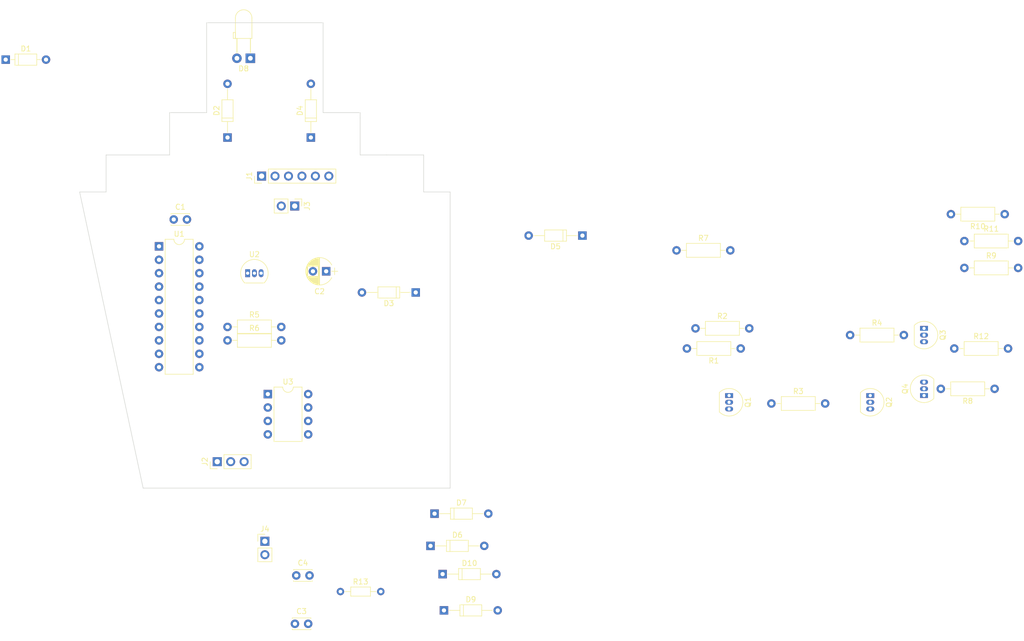
<source format=kicad_pcb>
(kicad_pcb (version 4) (host pcbnew 4.0.7-e2-6376~58~ubuntu16.04.1)

  (general
    (links 71)
    (no_connects 66)
    (area 75.949999 39.949999 146.050001 128.050001)
    (thickness 1.6)
    (drawings 18)
    (tracks 0)
    (zones 0)
    (modules 38)
    (nets 30)
  )

  (page A4)
  (layers
    (0 F.Cu signal)
    (31 B.Cu power)
    (33 F.Adhes user)
    (35 F.Paste user)
    (37 F.SilkS user)
    (39 F.Mask user)
    (40 Dwgs.User user)
    (41 Cmts.User user)
    (42 Eco1.User user)
    (43 Eco2.User user)
    (44 Edge.Cuts user)
    (45 Margin user)
    (47 F.CrtYd user)
    (49 F.Fab user)
  )

  (setup
    (last_trace_width 0.25)
    (trace_clearance 0.2)
    (zone_clearance 0.5)
    (zone_45_only no)
    (trace_min 0.2)
    (segment_width 0.2)
    (edge_width 0.1)
    (via_size 0.6)
    (via_drill 0.4)
    (via_min_size 0.4)
    (via_min_drill 0.3)
    (uvia_size 0.3)
    (uvia_drill 0.1)
    (uvias_allowed no)
    (uvia_min_size 0.2)
    (uvia_min_drill 0.1)
    (pcb_text_width 0.3)
    (pcb_text_size 1.5 1.5)
    (mod_edge_width 0.15)
    (mod_text_size 1 1)
    (mod_text_width 0.15)
    (pad_size 1.5 1.5)
    (pad_drill 0.6)
    (pad_to_mask_clearance 0)
    (aux_axis_origin 0 0)
    (grid_origin 76 128)
    (visible_elements FFFFFF7F)
    (pcbplotparams
      (layerselection 0x00030_80000001)
      (usegerberextensions false)
      (excludeedgelayer true)
      (linewidth 0.100000)
      (plotframeref false)
      (viasonmask false)
      (mode 1)
      (useauxorigin false)
      (hpglpennumber 1)
      (hpglpenspeed 20)
      (hpglpendiameter 15)
      (hpglpenoverlay 2)
      (psnegative false)
      (psa4output false)
      (plotreference true)
      (plotvalue true)
      (plotinvisibletext false)
      (padsonsilk false)
      (subtractmaskfromsilk false)
      (outputformat 1)
      (mirror false)
      (drillshape 1)
      (scaleselection 1)
      (outputdirectory ""))
  )

  (net 0 "")
  (net 1 "Net-(D2-Pad2)")
  (net 2 "Net-(D6-Pad2)")
  (net 3 "Net-(D7-Pad2)")
  (net 4 "Net-(J1-Pad1)")
  (net 5 "Net-(J1-Pad4)")
  (net 6 "Net-(J1-Pad5)")
  (net 7 "Net-(J2-Pad2)")
  (net 8 "Net-(J2-Pad3)")
  (net 9 "Net-(Q1-Pad2)")
  (net 10 "Net-(Q2-Pad1)")
  (net 11 "Net-(Q3-Pad2)")
  (net 12 "Net-(Q3-Pad1)")
  (net 13 "Net-(Q4-Pad2)")
  (net 14 "Net-(Q4-Pad1)")
  (net 15 "Net-(R1-Pad1)")
  (net 16 "Net-(R5-Pad1)")
  (net 17 "Net-(R6-Pad1)")
  (net 18 "Net-(R10-Pad1)")
  (net 19 "Net-(U1-Pad15)")
  (net 20 "Net-(U1-Pad16)")
  (net 21 VDD)
  (net 22 GND)
  (net 23 "Net-(D1-Pad2)")
  (net 24 "Net-(D4-Pad2)")
  (net 25 "Net-(C2-Pad1)")
  (net 26 "Net-(D6-Pad1)")
  (net 27 "Net-(D8-Pad1)")
  (net 28 "Net-(D9-Pad1)")
  (net 29 "Net-(D10-Pad1)")

  (net_class Default "This is the default net class."
    (clearance 0.2)
    (trace_width 0.25)
    (via_dia 0.6)
    (via_drill 0.4)
    (uvia_dia 0.3)
    (uvia_drill 0.1)
    (add_net GND)
    (add_net "Net-(C2-Pad1)")
    (add_net "Net-(D1-Pad2)")
    (add_net "Net-(D10-Pad1)")
    (add_net "Net-(D2-Pad2)")
    (add_net "Net-(D4-Pad2)")
    (add_net "Net-(D6-Pad1)")
    (add_net "Net-(D6-Pad2)")
    (add_net "Net-(D7-Pad2)")
    (add_net "Net-(D8-Pad1)")
    (add_net "Net-(D9-Pad1)")
    (add_net "Net-(J1-Pad1)")
    (add_net "Net-(J1-Pad4)")
    (add_net "Net-(J1-Pad5)")
    (add_net "Net-(J2-Pad2)")
    (add_net "Net-(J2-Pad3)")
    (add_net "Net-(Q1-Pad2)")
    (add_net "Net-(Q2-Pad1)")
    (add_net "Net-(Q3-Pad1)")
    (add_net "Net-(Q3-Pad2)")
    (add_net "Net-(Q4-Pad1)")
    (add_net "Net-(Q4-Pad2)")
    (add_net "Net-(R1-Pad1)")
    (add_net "Net-(R10-Pad1)")
    (add_net "Net-(R5-Pad1)")
    (add_net "Net-(R6-Pad1)")
    (add_net "Net-(U1-Pad15)")
    (add_net "Net-(U1-Pad16)")
    (add_net VDD)
  )

  (module Capacitors_THT:C_Disc_D3.4mm_W2.1mm_P2.50mm (layer F.Cu) (tedit 597BC7C2) (tstamp 5BAF03EB)
    (at 93.78 77.2)
    (descr "C, Disc series, Radial, pin pitch=2.50mm, , diameter*width=3.4*2.1mm^2, Capacitor, http://www.vishay.com/docs/45233/krseries.pdf")
    (tags "C Disc series Radial pin pitch 2.50mm  diameter 3.4mm width 2.1mm Capacitor")
    (path /51684CDF)
    (fp_text reference C1 (at 1.25 -2.36) (layer F.SilkS)
      (effects (font (size 1 1) (thickness 0.15)))
    )
    (fp_text value 0,1uF (at 1.25 2.36) (layer F.Fab)
      (effects (font (size 1 1) (thickness 0.15)))
    )
    (fp_line (start -0.45 -1.05) (end -0.45 1.05) (layer F.Fab) (width 0.1))
    (fp_line (start -0.45 1.05) (end 2.95 1.05) (layer F.Fab) (width 0.1))
    (fp_line (start 2.95 1.05) (end 2.95 -1.05) (layer F.Fab) (width 0.1))
    (fp_line (start 2.95 -1.05) (end -0.45 -1.05) (layer F.Fab) (width 0.1))
    (fp_line (start -0.51 -1.11) (end 3.01 -1.11) (layer F.SilkS) (width 0.12))
    (fp_line (start -0.51 1.11) (end 3.01 1.11) (layer F.SilkS) (width 0.12))
    (fp_line (start -0.51 -1.11) (end -0.51 -0.996) (layer F.SilkS) (width 0.12))
    (fp_line (start -0.51 0.996) (end -0.51 1.11) (layer F.SilkS) (width 0.12))
    (fp_line (start 3.01 -1.11) (end 3.01 -0.996) (layer F.SilkS) (width 0.12))
    (fp_line (start 3.01 0.996) (end 3.01 1.11) (layer F.SilkS) (width 0.12))
    (fp_line (start -1.05 -1.4) (end -1.05 1.4) (layer F.CrtYd) (width 0.05))
    (fp_line (start -1.05 1.4) (end 3.55 1.4) (layer F.CrtYd) (width 0.05))
    (fp_line (start 3.55 1.4) (end 3.55 -1.4) (layer F.CrtYd) (width 0.05))
    (fp_line (start 3.55 -1.4) (end -1.05 -1.4) (layer F.CrtYd) (width 0.05))
    (fp_text user %R (at 1.25 0) (layer F.Fab)
      (effects (font (size 1 1) (thickness 0.15)))
    )
    (pad 1 thru_hole circle (at 0 0) (size 1.6 1.6) (drill 0.8) (layers *.Cu *.Mask)
      (net 21 VDD))
    (pad 2 thru_hole circle (at 2.5 0) (size 1.6 1.6) (drill 0.8) (layers *.Cu *.Mask)
      (net 22 GND))
    (model ${KISYS3DMOD}/Capacitors_THT.3dshapes/C_Disc_D3.4mm_W2.1mm_P2.50mm.wrl
      (at (xyz 0 0 0))
      (scale (xyz 1 1 1))
      (rotate (xyz 0 0 0))
    )
  )

  (module Pin_Headers:Pin_Header_Straight_1x06_Pitch2.54mm (layer F.Cu) (tedit 59650532) (tstamp 5BAF0419)
    (at 110.38 69 90)
    (descr "Through hole straight pin header, 1x06, 2.54mm pitch, single row")
    (tags "Through hole pin header THT 1x06 2.54mm single row")
    (path /5BA7D297)
    (fp_text reference J1 (at 0 -2.33 90) (layer F.SilkS)
      (effects (font (size 1 1) (thickness 0.15)))
    )
    (fp_text value Programmer (at 0 15.03 90) (layer F.Fab)
      (effects (font (size 1 1) (thickness 0.15)))
    )
    (fp_line (start -0.635 -1.27) (end 1.27 -1.27) (layer F.Fab) (width 0.1))
    (fp_line (start 1.27 -1.27) (end 1.27 13.97) (layer F.Fab) (width 0.1))
    (fp_line (start 1.27 13.97) (end -1.27 13.97) (layer F.Fab) (width 0.1))
    (fp_line (start -1.27 13.97) (end -1.27 -0.635) (layer F.Fab) (width 0.1))
    (fp_line (start -1.27 -0.635) (end -0.635 -1.27) (layer F.Fab) (width 0.1))
    (fp_line (start -1.33 14.03) (end 1.33 14.03) (layer F.SilkS) (width 0.12))
    (fp_line (start -1.33 1.27) (end -1.33 14.03) (layer F.SilkS) (width 0.12))
    (fp_line (start 1.33 1.27) (end 1.33 14.03) (layer F.SilkS) (width 0.12))
    (fp_line (start -1.33 1.27) (end 1.33 1.27) (layer F.SilkS) (width 0.12))
    (fp_line (start -1.33 0) (end -1.33 -1.33) (layer F.SilkS) (width 0.12))
    (fp_line (start -1.33 -1.33) (end 0 -1.33) (layer F.SilkS) (width 0.12))
    (fp_line (start -1.8 -1.8) (end -1.8 14.5) (layer F.CrtYd) (width 0.05))
    (fp_line (start -1.8 14.5) (end 1.8 14.5) (layer F.CrtYd) (width 0.05))
    (fp_line (start 1.8 14.5) (end 1.8 -1.8) (layer F.CrtYd) (width 0.05))
    (fp_line (start 1.8 -1.8) (end -1.8 -1.8) (layer F.CrtYd) (width 0.05))
    (fp_text user %R (at 0 6.35 180) (layer F.Fab)
      (effects (font (size 1 1) (thickness 0.15)))
    )
    (pad 1 thru_hole rect (at 0 0 90) (size 1.7 1.7) (drill 1) (layers *.Cu *.Mask)
      (net 4 "Net-(J1-Pad1)"))
    (pad 2 thru_hole oval (at 0 2.54 90) (size 1.7 1.7) (drill 1) (layers *.Cu *.Mask)
      (net 21 VDD))
    (pad 3 thru_hole oval (at 0 5.08 90) (size 1.7 1.7) (drill 1) (layers *.Cu *.Mask)
      (net 22 GND))
    (pad 4 thru_hole oval (at 0 7.62 90) (size 1.7 1.7) (drill 1) (layers *.Cu *.Mask)
      (net 5 "Net-(J1-Pad4)"))
    (pad 5 thru_hole oval (at 0 10.16 90) (size 1.7 1.7) (drill 1) (layers *.Cu *.Mask)
      (net 6 "Net-(J1-Pad5)"))
    (pad 6 thru_hole oval (at 0 12.7 90) (size 1.7 1.7) (drill 1) (layers *.Cu *.Mask))
    (model ${KISYS3DMOD}/Pin_Headers.3dshapes/Pin_Header_Straight_1x06_Pitch2.54mm.wrl
      (at (xyz 0 0 0))
      (scale (xyz 1 1 1))
      (rotate (xyz 0 0 0))
    )
  )

  (module TO_SOT_Packages_THT:TO-92_Inline_Narrow_Oval (layer F.Cu) (tedit 58CE52AF) (tstamp 5BAF0433)
    (at 198.71 110.49 270)
    (descr "TO-92 leads in-line, narrow, oval pads, drill 0.6mm (see NXP sot054_po.pdf)")
    (tags "to-92 sc-43 sc-43a sot54 PA33 transistor")
    (path /516FF339)
    (fp_text reference Q1 (at 1.27 -3.56 270) (layer F.SilkS)
      (effects (font (size 1 1) (thickness 0.15)))
    )
    (fp_text value BC547 (at 1.27 2.79 270) (layer F.Fab)
      (effects (font (size 1 1) (thickness 0.15)))
    )
    (fp_text user %R (at 1.27 -3.56 270) (layer F.Fab)
      (effects (font (size 1 1) (thickness 0.15)))
    )
    (fp_line (start -0.53 1.85) (end 3.07 1.85) (layer F.SilkS) (width 0.12))
    (fp_line (start -0.5 1.75) (end 3 1.75) (layer F.Fab) (width 0.1))
    (fp_line (start -1.46 -2.73) (end 4 -2.73) (layer F.CrtYd) (width 0.05))
    (fp_line (start -1.46 -2.73) (end -1.46 2.01) (layer F.CrtYd) (width 0.05))
    (fp_line (start 4 2.01) (end 4 -2.73) (layer F.CrtYd) (width 0.05))
    (fp_line (start 4 2.01) (end -1.46 2.01) (layer F.CrtYd) (width 0.05))
    (fp_arc (start 1.27 0) (end 1.27 -2.48) (angle 135) (layer F.Fab) (width 0.1))
    (fp_arc (start 1.27 0) (end 1.27 -2.6) (angle -135) (layer F.SilkS) (width 0.12))
    (fp_arc (start 1.27 0) (end 1.27 -2.48) (angle -135) (layer F.Fab) (width 0.1))
    (fp_arc (start 1.27 0) (end 1.27 -2.6) (angle 135) (layer F.SilkS) (width 0.12))
    (pad 2 thru_hole oval (at 1.27 0 90) (size 0.9 1.5) (drill 0.6) (layers *.Cu *.Mask)
      (net 9 "Net-(Q1-Pad2)"))
    (pad 3 thru_hole oval (at 2.54 0 90) (size 0.9 1.5) (drill 0.6) (layers *.Cu *.Mask)
      (net 22 GND))
    (pad 1 thru_hole rect (at 0 0 90) (size 0.9 1.5) (drill 0.6) (layers *.Cu *.Mask)
      (net 8 "Net-(J2-Pad3)"))
    (model ${KISYS3DMOD}/TO_SOT_Packages_THT.3dshapes/TO-92_Inline_Narrow_Oval.wrl
      (at (xyz 0.05 0 0))
      (scale (xyz 1 1 1))
      (rotate (xyz 0 0 -90))
    )
  )

  (module TO_SOT_Packages_THT:TO-92_Inline_Narrow_Oval (layer F.Cu) (tedit 58CE52AF) (tstamp 5BAF043A)
    (at 225.38 110.49 270)
    (descr "TO-92 leads in-line, narrow, oval pads, drill 0.6mm (see NXP sot054_po.pdf)")
    (tags "to-92 sc-43 sc-43a sot54 PA33 transistor")
    (path /516FF833)
    (fp_text reference Q2 (at 1.27 -3.56 270) (layer F.SilkS)
      (effects (font (size 1 1) (thickness 0.15)))
    )
    (fp_text value BC547 (at 1.27 2.79 270) (layer F.Fab)
      (effects (font (size 1 1) (thickness 0.15)))
    )
    (fp_text user %R (at 1.27 -3.56 270) (layer F.Fab)
      (effects (font (size 1 1) (thickness 0.15)))
    )
    (fp_line (start -0.53 1.85) (end 3.07 1.85) (layer F.SilkS) (width 0.12))
    (fp_line (start -0.5 1.75) (end 3 1.75) (layer F.Fab) (width 0.1))
    (fp_line (start -1.46 -2.73) (end 4 -2.73) (layer F.CrtYd) (width 0.05))
    (fp_line (start -1.46 -2.73) (end -1.46 2.01) (layer F.CrtYd) (width 0.05))
    (fp_line (start 4 2.01) (end 4 -2.73) (layer F.CrtYd) (width 0.05))
    (fp_line (start 4 2.01) (end -1.46 2.01) (layer F.CrtYd) (width 0.05))
    (fp_arc (start 1.27 0) (end 1.27 -2.48) (angle 135) (layer F.Fab) (width 0.1))
    (fp_arc (start 1.27 0) (end 1.27 -2.6) (angle -135) (layer F.SilkS) (width 0.12))
    (fp_arc (start 1.27 0) (end 1.27 -2.48) (angle -135) (layer F.Fab) (width 0.1))
    (fp_arc (start 1.27 0) (end 1.27 -2.6) (angle 135) (layer F.SilkS) (width 0.12))
    (pad 2 thru_hole oval (at 1.27 0 90) (size 0.9 1.5) (drill 0.6) (layers *.Cu *.Mask)
      (net 23 "Net-(D1-Pad2)"))
    (pad 3 thru_hole oval (at 2.54 0 90) (size 0.9 1.5) (drill 0.6) (layers *.Cu *.Mask)
      (net 22 GND))
    (pad 1 thru_hole rect (at 0 0 90) (size 0.9 1.5) (drill 0.6) (layers *.Cu *.Mask)
      (net 10 "Net-(Q2-Pad1)"))
    (model ${KISYS3DMOD}/TO_SOT_Packages_THT.3dshapes/TO-92_Inline_Narrow_Oval.wrl
      (at (xyz 0.05 0 0))
      (scale (xyz 1 1 1))
      (rotate (xyz 0 0 -90))
    )
  )

  (module TO_SOT_Packages_THT:TO-92_Inline_Narrow_Oval (layer F.Cu) (tedit 58CE52AF) (tstamp 5BAF0441)
    (at 235.54 97.79 270)
    (descr "TO-92 leads in-line, narrow, oval pads, drill 0.6mm (see NXP sot054_po.pdf)")
    (tags "to-92 sc-43 sc-43a sot54 PA33 transistor")
    (path /5168181A)
    (fp_text reference Q3 (at 1.27 -3.56 270) (layer F.SilkS)
      (effects (font (size 1 1) (thickness 0.15)))
    )
    (fp_text value BC547 (at 1.27 2.79 270) (layer F.Fab)
      (effects (font (size 1 1) (thickness 0.15)))
    )
    (fp_text user %R (at 1.27 -3.56 270) (layer F.Fab)
      (effects (font (size 1 1) (thickness 0.15)))
    )
    (fp_line (start -0.53 1.85) (end 3.07 1.85) (layer F.SilkS) (width 0.12))
    (fp_line (start -0.5 1.75) (end 3 1.75) (layer F.Fab) (width 0.1))
    (fp_line (start -1.46 -2.73) (end 4 -2.73) (layer F.CrtYd) (width 0.05))
    (fp_line (start -1.46 -2.73) (end -1.46 2.01) (layer F.CrtYd) (width 0.05))
    (fp_line (start 4 2.01) (end 4 -2.73) (layer F.CrtYd) (width 0.05))
    (fp_line (start 4 2.01) (end -1.46 2.01) (layer F.CrtYd) (width 0.05))
    (fp_arc (start 1.27 0) (end 1.27 -2.48) (angle 135) (layer F.Fab) (width 0.1))
    (fp_arc (start 1.27 0) (end 1.27 -2.6) (angle -135) (layer F.SilkS) (width 0.12))
    (fp_arc (start 1.27 0) (end 1.27 -2.48) (angle -135) (layer F.Fab) (width 0.1))
    (fp_arc (start 1.27 0) (end 1.27 -2.6) (angle 135) (layer F.SilkS) (width 0.12))
    (pad 2 thru_hole oval (at 1.27 0 90) (size 0.9 1.5) (drill 0.6) (layers *.Cu *.Mask)
      (net 11 "Net-(Q3-Pad2)"))
    (pad 3 thru_hole oval (at 2.54 0 90) (size 0.9 1.5) (drill 0.6) (layers *.Cu *.Mask)
      (net 22 GND))
    (pad 1 thru_hole rect (at 0 0 90) (size 0.9 1.5) (drill 0.6) (layers *.Cu *.Mask)
      (net 12 "Net-(Q3-Pad1)"))
    (model ${KISYS3DMOD}/TO_SOT_Packages_THT.3dshapes/TO-92_Inline_Narrow_Oval.wrl
      (at (xyz 0.05 0 0))
      (scale (xyz 1 1 1))
      (rotate (xyz 0 0 -90))
    )
  )

  (module TO_SOT_Packages_THT:TO-92_Inline_Narrow_Oval (layer F.Cu) (tedit 58CE52AF) (tstamp 5BAF0448)
    (at 235.54 110.49 90)
    (descr "TO-92 leads in-line, narrow, oval pads, drill 0.6mm (see NXP sot054_po.pdf)")
    (tags "to-92 sc-43 sc-43a sot54 PA33 transistor")
    (path /5168182F)
    (fp_text reference Q4 (at 1.27 -3.56 90) (layer F.SilkS)
      (effects (font (size 1 1) (thickness 0.15)))
    )
    (fp_text value BC547 (at 1.27 2.79 90) (layer F.Fab)
      (effects (font (size 1 1) (thickness 0.15)))
    )
    (fp_text user %R (at 1.27 -3.56 90) (layer F.Fab)
      (effects (font (size 1 1) (thickness 0.15)))
    )
    (fp_line (start -0.53 1.85) (end 3.07 1.85) (layer F.SilkS) (width 0.12))
    (fp_line (start -0.5 1.75) (end 3 1.75) (layer F.Fab) (width 0.1))
    (fp_line (start -1.46 -2.73) (end 4 -2.73) (layer F.CrtYd) (width 0.05))
    (fp_line (start -1.46 -2.73) (end -1.46 2.01) (layer F.CrtYd) (width 0.05))
    (fp_line (start 4 2.01) (end 4 -2.73) (layer F.CrtYd) (width 0.05))
    (fp_line (start 4 2.01) (end -1.46 2.01) (layer F.CrtYd) (width 0.05))
    (fp_arc (start 1.27 0) (end 1.27 -2.48) (angle 135) (layer F.Fab) (width 0.1))
    (fp_arc (start 1.27 0) (end 1.27 -2.6) (angle -135) (layer F.SilkS) (width 0.12))
    (fp_arc (start 1.27 0) (end 1.27 -2.48) (angle -135) (layer F.Fab) (width 0.1))
    (fp_arc (start 1.27 0) (end 1.27 -2.6) (angle 135) (layer F.SilkS) (width 0.12))
    (pad 2 thru_hole oval (at 1.27 0 270) (size 0.9 1.5) (drill 0.6) (layers *.Cu *.Mask)
      (net 13 "Net-(Q4-Pad2)"))
    (pad 3 thru_hole oval (at 2.54 0 270) (size 0.9 1.5) (drill 0.6) (layers *.Cu *.Mask)
      (net 22 GND))
    (pad 1 thru_hole rect (at 0 0 270) (size 0.9 1.5) (drill 0.6) (layers *.Cu *.Mask)
      (net 14 "Net-(Q4-Pad1)"))
    (model ${KISYS3DMOD}/TO_SOT_Packages_THT.3dshapes/TO-92_Inline_Narrow_Oval.wrl
      (at (xyz 0.05 0 0))
      (scale (xyz 1 1 1))
      (rotate (xyz 0 0 -90))
    )
  )

  (module Housings_DIP:DIP-20_W7.62mm (layer F.Cu) (tedit 59C78D6B) (tstamp 5BAF04A8)
    (at 91 82.28)
    (descr "20-lead though-hole mounted DIP package, row spacing 7.62 mm (300 mils)")
    (tags "THT DIP DIL PDIP 2.54mm 7.62mm 300mil")
    (path /5166FA0B)
    (fp_text reference U1 (at 3.81 -2.33) (layer F.SilkS)
      (effects (font (size 1 1) (thickness 0.15)))
    )
    (fp_text value PIC16F690 (at 3.81 25.19) (layer F.Fab)
      (effects (font (size 1 1) (thickness 0.15)))
    )
    (fp_arc (start 3.81 -1.33) (end 2.81 -1.33) (angle -180) (layer F.SilkS) (width 0.12))
    (fp_line (start 1.635 -1.27) (end 6.985 -1.27) (layer F.Fab) (width 0.1))
    (fp_line (start 6.985 -1.27) (end 6.985 24.13) (layer F.Fab) (width 0.1))
    (fp_line (start 6.985 24.13) (end 0.635 24.13) (layer F.Fab) (width 0.1))
    (fp_line (start 0.635 24.13) (end 0.635 -0.27) (layer F.Fab) (width 0.1))
    (fp_line (start 0.635 -0.27) (end 1.635 -1.27) (layer F.Fab) (width 0.1))
    (fp_line (start 2.81 -1.33) (end 1.16 -1.33) (layer F.SilkS) (width 0.12))
    (fp_line (start 1.16 -1.33) (end 1.16 24.19) (layer F.SilkS) (width 0.12))
    (fp_line (start 1.16 24.19) (end 6.46 24.19) (layer F.SilkS) (width 0.12))
    (fp_line (start 6.46 24.19) (end 6.46 -1.33) (layer F.SilkS) (width 0.12))
    (fp_line (start 6.46 -1.33) (end 4.81 -1.33) (layer F.SilkS) (width 0.12))
    (fp_line (start -1.1 -1.55) (end -1.1 24.4) (layer F.CrtYd) (width 0.05))
    (fp_line (start -1.1 24.4) (end 8.7 24.4) (layer F.CrtYd) (width 0.05))
    (fp_line (start 8.7 24.4) (end 8.7 -1.55) (layer F.CrtYd) (width 0.05))
    (fp_line (start 8.7 -1.55) (end -1.1 -1.55) (layer F.CrtYd) (width 0.05))
    (fp_text user %R (at 3.81 11.43) (layer F.Fab)
      (effects (font (size 1 1) (thickness 0.15)))
    )
    (pad 1 thru_hole rect (at 0 0) (size 1.6 1.6) (drill 0.8) (layers *.Cu *.Mask)
      (net 21 VDD))
    (pad 11 thru_hole oval (at 7.62 22.86) (size 1.6 1.6) (drill 0.8) (layers *.Cu *.Mask))
    (pad 2 thru_hole oval (at 0 2.54) (size 1.6 1.6) (drill 0.8) (layers *.Cu *.Mask))
    (pad 12 thru_hole oval (at 7.62 20.32) (size 1.6 1.6) (drill 0.8) (layers *.Cu *.Mask)
      (net 10 "Net-(Q2-Pad1)"))
    (pad 3 thru_hole oval (at 0 5.08) (size 1.6 1.6) (drill 0.8) (layers *.Cu *.Mask))
    (pad 13 thru_hole oval (at 7.62 17.78) (size 1.6 1.6) (drill 0.8) (layers *.Cu *.Mask)
      (net 17 "Net-(R6-Pad1)"))
    (pad 4 thru_hole oval (at 0 7.62) (size 1.6 1.6) (drill 0.8) (layers *.Cu *.Mask)
      (net 4 "Net-(J1-Pad1)"))
    (pad 14 thru_hole oval (at 7.62 15.24) (size 1.6 1.6) (drill 0.8) (layers *.Cu *.Mask)
      (net 16 "Net-(R5-Pad1)"))
    (pad 5 thru_hole oval (at 0 10.16) (size 1.6 1.6) (drill 0.8) (layers *.Cu *.Mask))
    (pad 15 thru_hole oval (at 7.62 12.7) (size 1.6 1.6) (drill 0.8) (layers *.Cu *.Mask)
      (net 19 "Net-(U1-Pad15)"))
    (pad 6 thru_hole oval (at 0 12.7) (size 1.6 1.6) (drill 0.8) (layers *.Cu *.Mask))
    (pad 16 thru_hole oval (at 7.62 10.16) (size 1.6 1.6) (drill 0.8) (layers *.Cu *.Mask)
      (net 20 "Net-(U1-Pad16)"))
    (pad 7 thru_hole oval (at 0 15.24) (size 1.6 1.6) (drill 0.8) (layers *.Cu *.Mask))
    (pad 17 thru_hole oval (at 7.62 7.62) (size 1.6 1.6) (drill 0.8) (layers *.Cu *.Mask))
    (pad 8 thru_hole oval (at 0 17.78) (size 1.6 1.6) (drill 0.8) (layers *.Cu *.Mask))
    (pad 18 thru_hole oval (at 7.62 5.08) (size 1.6 1.6) (drill 0.8) (layers *.Cu *.Mask)
      (net 6 "Net-(J1-Pad5)"))
    (pad 9 thru_hole oval (at 0 20.32) (size 1.6 1.6) (drill 0.8) (layers *.Cu *.Mask))
    (pad 19 thru_hole oval (at 7.62 2.54) (size 1.6 1.6) (drill 0.8) (layers *.Cu *.Mask)
      (net 5 "Net-(J1-Pad4)"))
    (pad 10 thru_hole oval (at 0 22.86) (size 1.6 1.6) (drill 0.8) (layers *.Cu *.Mask)
      (net 15 "Net-(R1-Pad1)"))
    (pad 20 thru_hole oval (at 7.62 0) (size 1.6 1.6) (drill 0.8) (layers *.Cu *.Mask)
      (net 22 GND))
    (model ${KISYS3DMOD}/Housings_DIP.3dshapes/DIP-20_W7.62mm.wrl
      (at (xyz 0 0 0))
      (scale (xyz 1 1 1))
      (rotate (xyz 0 0 0))
    )
  )

  (module Diodes_THT:D_DO-35_SOD27_P7.62mm_Horizontal (layer F.Cu) (tedit 5921392F) (tstamp 5C30E195)
    (at 62.03 46.974)
    (descr "D, DO-35_SOD27 series, Axial, Horizontal, pin pitch=7.62mm, , length*diameter=4*2mm^2, , http://www.diodes.com/_files/packages/DO-35.pdf")
    (tags "D DO-35_SOD27 series Axial Horizontal pin pitch 7.62mm  length 4mm diameter 2mm")
    (path /516FFD72)
    (fp_text reference D1 (at 3.81 -2.06) (layer F.SilkS)
      (effects (font (size 1 1) (thickness 0.15)))
    )
    (fp_text value 1N4148 (at 3.81 2.06) (layer F.Fab)
      (effects (font (size 1 1) (thickness 0.15)))
    )
    (fp_text user %R (at 3.81 0) (layer F.Fab)
      (effects (font (size 1 1) (thickness 0.15)))
    )
    (fp_line (start 1.81 -1) (end 1.81 1) (layer F.Fab) (width 0.1))
    (fp_line (start 1.81 1) (end 5.81 1) (layer F.Fab) (width 0.1))
    (fp_line (start 5.81 1) (end 5.81 -1) (layer F.Fab) (width 0.1))
    (fp_line (start 5.81 -1) (end 1.81 -1) (layer F.Fab) (width 0.1))
    (fp_line (start 0 0) (end 1.81 0) (layer F.Fab) (width 0.1))
    (fp_line (start 7.62 0) (end 5.81 0) (layer F.Fab) (width 0.1))
    (fp_line (start 2.41 -1) (end 2.41 1) (layer F.Fab) (width 0.1))
    (fp_line (start 1.75 -1.06) (end 1.75 1.06) (layer F.SilkS) (width 0.12))
    (fp_line (start 1.75 1.06) (end 5.87 1.06) (layer F.SilkS) (width 0.12))
    (fp_line (start 5.87 1.06) (end 5.87 -1.06) (layer F.SilkS) (width 0.12))
    (fp_line (start 5.87 -1.06) (end 1.75 -1.06) (layer F.SilkS) (width 0.12))
    (fp_line (start 0.98 0) (end 1.75 0) (layer F.SilkS) (width 0.12))
    (fp_line (start 6.64 0) (end 5.87 0) (layer F.SilkS) (width 0.12))
    (fp_line (start 2.41 -1.06) (end 2.41 1.06) (layer F.SilkS) (width 0.12))
    (fp_line (start -1.05 -1.35) (end -1.05 1.35) (layer F.CrtYd) (width 0.05))
    (fp_line (start -1.05 1.35) (end 8.7 1.35) (layer F.CrtYd) (width 0.05))
    (fp_line (start 8.7 1.35) (end 8.7 -1.35) (layer F.CrtYd) (width 0.05))
    (fp_line (start 8.7 -1.35) (end -1.05 -1.35) (layer F.CrtYd) (width 0.05))
    (pad 1 thru_hole rect (at 0 0) (size 1.6 1.6) (drill 0.8) (layers *.Cu *.Mask)
      (net 22 GND))
    (pad 2 thru_hole oval (at 7.62 0) (size 1.6 1.6) (drill 0.8) (layers *.Cu *.Mask)
      (net 23 "Net-(D1-Pad2)"))
    (model ${KISYS3DMOD}/Diodes_THT.3dshapes/D_DO-35_SOD27_P7.62mm_Horizontal.wrl
      (at (xyz 0 0 0))
      (scale (xyz 0.393701 0.393701 0.393701))
      (rotate (xyz 0 0 0))
    )
  )

  (module Pin_Headers:Pin_Header_Straight_1x03_Pitch2.54mm (layer F.Cu) (tedit 59650532) (tstamp 5C30E400)
    (at 102 123 90)
    (descr "Through hole straight pin header, 1x03, 2.54mm pitch, single row")
    (tags "Through hole pin header THT 1x03 2.54mm single row")
    (path /5C30BD7A)
    (fp_text reference J2 (at 0 -2.33 90) (layer F.SilkS)
      (effects (font (size 1 1) (thickness 0.15)))
    )
    (fp_text value RS232 (at 0 7.41 90) (layer F.Fab)
      (effects (font (size 1 1) (thickness 0.15)))
    )
    (fp_line (start -0.635 -1.27) (end 1.27 -1.27) (layer F.Fab) (width 0.1))
    (fp_line (start 1.27 -1.27) (end 1.27 6.35) (layer F.Fab) (width 0.1))
    (fp_line (start 1.27 6.35) (end -1.27 6.35) (layer F.Fab) (width 0.1))
    (fp_line (start -1.27 6.35) (end -1.27 -0.635) (layer F.Fab) (width 0.1))
    (fp_line (start -1.27 -0.635) (end -0.635 -1.27) (layer F.Fab) (width 0.1))
    (fp_line (start -1.33 6.41) (end 1.33 6.41) (layer F.SilkS) (width 0.12))
    (fp_line (start -1.33 1.27) (end -1.33 6.41) (layer F.SilkS) (width 0.12))
    (fp_line (start 1.33 1.27) (end 1.33 6.41) (layer F.SilkS) (width 0.12))
    (fp_line (start -1.33 1.27) (end 1.33 1.27) (layer F.SilkS) (width 0.12))
    (fp_line (start -1.33 0) (end -1.33 -1.33) (layer F.SilkS) (width 0.12))
    (fp_line (start -1.33 -1.33) (end 0 -1.33) (layer F.SilkS) (width 0.12))
    (fp_line (start -1.8 -1.8) (end -1.8 6.85) (layer F.CrtYd) (width 0.05))
    (fp_line (start -1.8 6.85) (end 1.8 6.85) (layer F.CrtYd) (width 0.05))
    (fp_line (start 1.8 6.85) (end 1.8 -1.8) (layer F.CrtYd) (width 0.05))
    (fp_line (start 1.8 -1.8) (end -1.8 -1.8) (layer F.CrtYd) (width 0.05))
    (fp_text user %R (at 0 2.54 180) (layer F.Fab)
      (effects (font (size 1 1) (thickness 0.15)))
    )
    (pad 1 thru_hole rect (at 0 0 90) (size 1.7 1.7) (drill 1) (layers *.Cu *.Mask)
      (net 22 GND))
    (pad 2 thru_hole oval (at 0 2.54 90) (size 1.7 1.7) (drill 1) (layers *.Cu *.Mask)
      (net 7 "Net-(J2-Pad2)"))
    (pad 3 thru_hole oval (at 0 5.08 90) (size 1.7 1.7) (drill 1) (layers *.Cu *.Mask)
      (net 8 "Net-(J2-Pad3)"))
    (model ${KISYS3DMOD}/Pin_Headers.3dshapes/Pin_Header_Straight_1x03_Pitch2.54mm.wrl
      (at (xyz 0 0 0))
      (scale (xyz 1 1 1))
      (rotate (xyz 0 0 0))
    )
  )

  (module Pin_Headers:Pin_Header_Straight_1x02_Pitch2.54mm (layer F.Cu) (tedit 59650532) (tstamp 5C30E42B)
    (at 116.64 74.66 270)
    (descr "Through hole straight pin header, 1x02, 2.54mm pitch, single row")
    (tags "Through hole pin header THT 1x02 2.54mm single row")
    (path /5C33CB3A)
    (fp_text reference J3 (at 0 -2.33 270) (layer F.SilkS)
      (effects (font (size 1 1) (thickness 0.15)))
    )
    (fp_text value Conn_01x02 (at 0 4.87 270) (layer F.Fab)
      (effects (font (size 1 1) (thickness 0.15)))
    )
    (fp_line (start -0.635 -1.27) (end 1.27 -1.27) (layer F.Fab) (width 0.1))
    (fp_line (start 1.27 -1.27) (end 1.27 3.81) (layer F.Fab) (width 0.1))
    (fp_line (start 1.27 3.81) (end -1.27 3.81) (layer F.Fab) (width 0.1))
    (fp_line (start -1.27 3.81) (end -1.27 -0.635) (layer F.Fab) (width 0.1))
    (fp_line (start -1.27 -0.635) (end -0.635 -1.27) (layer F.Fab) (width 0.1))
    (fp_line (start -1.33 3.87) (end 1.33 3.87) (layer F.SilkS) (width 0.12))
    (fp_line (start -1.33 1.27) (end -1.33 3.87) (layer F.SilkS) (width 0.12))
    (fp_line (start 1.33 1.27) (end 1.33 3.87) (layer F.SilkS) (width 0.12))
    (fp_line (start -1.33 1.27) (end 1.33 1.27) (layer F.SilkS) (width 0.12))
    (fp_line (start -1.33 0) (end -1.33 -1.33) (layer F.SilkS) (width 0.12))
    (fp_line (start -1.33 -1.33) (end 0 -1.33) (layer F.SilkS) (width 0.12))
    (fp_line (start -1.8 -1.8) (end -1.8 4.35) (layer F.CrtYd) (width 0.05))
    (fp_line (start -1.8 4.35) (end 1.8 4.35) (layer F.CrtYd) (width 0.05))
    (fp_line (start 1.8 4.35) (end 1.8 -1.8) (layer F.CrtYd) (width 0.05))
    (fp_line (start 1.8 -1.8) (end -1.8 -1.8) (layer F.CrtYd) (width 0.05))
    (fp_text user %R (at 0 1.27 360) (layer F.Fab)
      (effects (font (size 1 1) (thickness 0.15)))
    )
    (pad 1 thru_hole rect (at 0 0 270) (size 1.7 1.7) (drill 1) (layers *.Cu *.Mask)
      (net 24 "Net-(D4-Pad2)"))
    (pad 2 thru_hole oval (at 0 2.54 270) (size 1.7 1.7) (drill 1) (layers *.Cu *.Mask)
      (net 1 "Net-(D2-Pad2)"))
    (model ${KISYS3DMOD}/Pin_Headers.3dshapes/Pin_Header_Straight_1x02_Pitch2.54mm.wrl
      (at (xyz 0 0 0))
      (scale (xyz 1 1 1))
      (rotate (xyz 0 0 0))
    )
  )

  (module Capacitors_THT:CP_Radial_D5.0mm_P2.50mm (layer F.Cu) (tedit 597BC7C2) (tstamp 5C312EE6)
    (at 122.58 87 180)
    (descr "CP, Radial series, Radial, pin pitch=2.50mm, , diameter=5mm, Electrolytic Capacitor")
    (tags "CP Radial series Radial pin pitch 2.50mm  diameter 5mm Electrolytic Capacitor")
    (path /5C33DF47)
    (fp_text reference C2 (at 1.25 -3.81 180) (layer F.SilkS)
      (effects (font (size 1 1) (thickness 0.15)))
    )
    (fp_text value 0.33uF (at 1.25 3.81 180) (layer F.Fab)
      (effects (font (size 1 1) (thickness 0.15)))
    )
    (fp_arc (start 1.25 0) (end -1.05558 -1.18) (angle 125.8) (layer F.SilkS) (width 0.12))
    (fp_arc (start 1.25 0) (end -1.05558 1.18) (angle -125.8) (layer F.SilkS) (width 0.12))
    (fp_arc (start 1.25 0) (end 3.55558 -1.18) (angle 54.2) (layer F.SilkS) (width 0.12))
    (fp_circle (center 1.25 0) (end 3.75 0) (layer F.Fab) (width 0.1))
    (fp_line (start -2.2 0) (end -1 0) (layer F.Fab) (width 0.1))
    (fp_line (start -1.6 -0.65) (end -1.6 0.65) (layer F.Fab) (width 0.1))
    (fp_line (start 1.25 -2.55) (end 1.25 2.55) (layer F.SilkS) (width 0.12))
    (fp_line (start 1.29 -2.55) (end 1.29 2.55) (layer F.SilkS) (width 0.12))
    (fp_line (start 1.33 -2.549) (end 1.33 2.549) (layer F.SilkS) (width 0.12))
    (fp_line (start 1.37 -2.548) (end 1.37 2.548) (layer F.SilkS) (width 0.12))
    (fp_line (start 1.41 -2.546) (end 1.41 2.546) (layer F.SilkS) (width 0.12))
    (fp_line (start 1.45 -2.543) (end 1.45 2.543) (layer F.SilkS) (width 0.12))
    (fp_line (start 1.49 -2.539) (end 1.49 2.539) (layer F.SilkS) (width 0.12))
    (fp_line (start 1.53 -2.535) (end 1.53 -0.98) (layer F.SilkS) (width 0.12))
    (fp_line (start 1.53 0.98) (end 1.53 2.535) (layer F.SilkS) (width 0.12))
    (fp_line (start 1.57 -2.531) (end 1.57 -0.98) (layer F.SilkS) (width 0.12))
    (fp_line (start 1.57 0.98) (end 1.57 2.531) (layer F.SilkS) (width 0.12))
    (fp_line (start 1.61 -2.525) (end 1.61 -0.98) (layer F.SilkS) (width 0.12))
    (fp_line (start 1.61 0.98) (end 1.61 2.525) (layer F.SilkS) (width 0.12))
    (fp_line (start 1.65 -2.519) (end 1.65 -0.98) (layer F.SilkS) (width 0.12))
    (fp_line (start 1.65 0.98) (end 1.65 2.519) (layer F.SilkS) (width 0.12))
    (fp_line (start 1.69 -2.513) (end 1.69 -0.98) (layer F.SilkS) (width 0.12))
    (fp_line (start 1.69 0.98) (end 1.69 2.513) (layer F.SilkS) (width 0.12))
    (fp_line (start 1.73 -2.506) (end 1.73 -0.98) (layer F.SilkS) (width 0.12))
    (fp_line (start 1.73 0.98) (end 1.73 2.506) (layer F.SilkS) (width 0.12))
    (fp_line (start 1.77 -2.498) (end 1.77 -0.98) (layer F.SilkS) (width 0.12))
    (fp_line (start 1.77 0.98) (end 1.77 2.498) (layer F.SilkS) (width 0.12))
    (fp_line (start 1.81 -2.489) (end 1.81 -0.98) (layer F.SilkS) (width 0.12))
    (fp_line (start 1.81 0.98) (end 1.81 2.489) (layer F.SilkS) (width 0.12))
    (fp_line (start 1.85 -2.48) (end 1.85 -0.98) (layer F.SilkS) (width 0.12))
    (fp_line (start 1.85 0.98) (end 1.85 2.48) (layer F.SilkS) (width 0.12))
    (fp_line (start 1.89 -2.47) (end 1.89 -0.98) (layer F.SilkS) (width 0.12))
    (fp_line (start 1.89 0.98) (end 1.89 2.47) (layer F.SilkS) (width 0.12))
    (fp_line (start 1.93 -2.46) (end 1.93 -0.98) (layer F.SilkS) (width 0.12))
    (fp_line (start 1.93 0.98) (end 1.93 2.46) (layer F.SilkS) (width 0.12))
    (fp_line (start 1.971 -2.448) (end 1.971 -0.98) (layer F.SilkS) (width 0.12))
    (fp_line (start 1.971 0.98) (end 1.971 2.448) (layer F.SilkS) (width 0.12))
    (fp_line (start 2.011 -2.436) (end 2.011 -0.98) (layer F.SilkS) (width 0.12))
    (fp_line (start 2.011 0.98) (end 2.011 2.436) (layer F.SilkS) (width 0.12))
    (fp_line (start 2.051 -2.424) (end 2.051 -0.98) (layer F.SilkS) (width 0.12))
    (fp_line (start 2.051 0.98) (end 2.051 2.424) (layer F.SilkS) (width 0.12))
    (fp_line (start 2.091 -2.41) (end 2.091 -0.98) (layer F.SilkS) (width 0.12))
    (fp_line (start 2.091 0.98) (end 2.091 2.41) (layer F.SilkS) (width 0.12))
    (fp_line (start 2.131 -2.396) (end 2.131 -0.98) (layer F.SilkS) (width 0.12))
    (fp_line (start 2.131 0.98) (end 2.131 2.396) (layer F.SilkS) (width 0.12))
    (fp_line (start 2.171 -2.382) (end 2.171 -0.98) (layer F.SilkS) (width 0.12))
    (fp_line (start 2.171 0.98) (end 2.171 2.382) (layer F.SilkS) (width 0.12))
    (fp_line (start 2.211 -2.366) (end 2.211 -0.98) (layer F.SilkS) (width 0.12))
    (fp_line (start 2.211 0.98) (end 2.211 2.366) (layer F.SilkS) (width 0.12))
    (fp_line (start 2.251 -2.35) (end 2.251 -0.98) (layer F.SilkS) (width 0.12))
    (fp_line (start 2.251 0.98) (end 2.251 2.35) (layer F.SilkS) (width 0.12))
    (fp_line (start 2.291 -2.333) (end 2.291 -0.98) (layer F.SilkS) (width 0.12))
    (fp_line (start 2.291 0.98) (end 2.291 2.333) (layer F.SilkS) (width 0.12))
    (fp_line (start 2.331 -2.315) (end 2.331 -0.98) (layer F.SilkS) (width 0.12))
    (fp_line (start 2.331 0.98) (end 2.331 2.315) (layer F.SilkS) (width 0.12))
    (fp_line (start 2.371 -2.296) (end 2.371 -0.98) (layer F.SilkS) (width 0.12))
    (fp_line (start 2.371 0.98) (end 2.371 2.296) (layer F.SilkS) (width 0.12))
    (fp_line (start 2.411 -2.276) (end 2.411 -0.98) (layer F.SilkS) (width 0.12))
    (fp_line (start 2.411 0.98) (end 2.411 2.276) (layer F.SilkS) (width 0.12))
    (fp_line (start 2.451 -2.256) (end 2.451 -0.98) (layer F.SilkS) (width 0.12))
    (fp_line (start 2.451 0.98) (end 2.451 2.256) (layer F.SilkS) (width 0.12))
    (fp_line (start 2.491 -2.234) (end 2.491 -0.98) (layer F.SilkS) (width 0.12))
    (fp_line (start 2.491 0.98) (end 2.491 2.234) (layer F.SilkS) (width 0.12))
    (fp_line (start 2.531 -2.212) (end 2.531 -0.98) (layer F.SilkS) (width 0.12))
    (fp_line (start 2.531 0.98) (end 2.531 2.212) (layer F.SilkS) (width 0.12))
    (fp_line (start 2.571 -2.189) (end 2.571 -0.98) (layer F.SilkS) (width 0.12))
    (fp_line (start 2.571 0.98) (end 2.571 2.189) (layer F.SilkS) (width 0.12))
    (fp_line (start 2.611 -2.165) (end 2.611 -0.98) (layer F.SilkS) (width 0.12))
    (fp_line (start 2.611 0.98) (end 2.611 2.165) (layer F.SilkS) (width 0.12))
    (fp_line (start 2.651 -2.14) (end 2.651 -0.98) (layer F.SilkS) (width 0.12))
    (fp_line (start 2.651 0.98) (end 2.651 2.14) (layer F.SilkS) (width 0.12))
    (fp_line (start 2.691 -2.113) (end 2.691 -0.98) (layer F.SilkS) (width 0.12))
    (fp_line (start 2.691 0.98) (end 2.691 2.113) (layer F.SilkS) (width 0.12))
    (fp_line (start 2.731 -2.086) (end 2.731 -0.98) (layer F.SilkS) (width 0.12))
    (fp_line (start 2.731 0.98) (end 2.731 2.086) (layer F.SilkS) (width 0.12))
    (fp_line (start 2.771 -2.058) (end 2.771 -0.98) (layer F.SilkS) (width 0.12))
    (fp_line (start 2.771 0.98) (end 2.771 2.058) (layer F.SilkS) (width 0.12))
    (fp_line (start 2.811 -2.028) (end 2.811 -0.98) (layer F.SilkS) (width 0.12))
    (fp_line (start 2.811 0.98) (end 2.811 2.028) (layer F.SilkS) (width 0.12))
    (fp_line (start 2.851 -1.997) (end 2.851 -0.98) (layer F.SilkS) (width 0.12))
    (fp_line (start 2.851 0.98) (end 2.851 1.997) (layer F.SilkS) (width 0.12))
    (fp_line (start 2.891 -1.965) (end 2.891 -0.98) (layer F.SilkS) (width 0.12))
    (fp_line (start 2.891 0.98) (end 2.891 1.965) (layer F.SilkS) (width 0.12))
    (fp_line (start 2.931 -1.932) (end 2.931 -0.98) (layer F.SilkS) (width 0.12))
    (fp_line (start 2.931 0.98) (end 2.931 1.932) (layer F.SilkS) (width 0.12))
    (fp_line (start 2.971 -1.897) (end 2.971 -0.98) (layer F.SilkS) (width 0.12))
    (fp_line (start 2.971 0.98) (end 2.971 1.897) (layer F.SilkS) (width 0.12))
    (fp_line (start 3.011 -1.861) (end 3.011 -0.98) (layer F.SilkS) (width 0.12))
    (fp_line (start 3.011 0.98) (end 3.011 1.861) (layer F.SilkS) (width 0.12))
    (fp_line (start 3.051 -1.823) (end 3.051 -0.98) (layer F.SilkS) (width 0.12))
    (fp_line (start 3.051 0.98) (end 3.051 1.823) (layer F.SilkS) (width 0.12))
    (fp_line (start 3.091 -1.783) (end 3.091 -0.98) (layer F.SilkS) (width 0.12))
    (fp_line (start 3.091 0.98) (end 3.091 1.783) (layer F.SilkS) (width 0.12))
    (fp_line (start 3.131 -1.742) (end 3.131 -0.98) (layer F.SilkS) (width 0.12))
    (fp_line (start 3.131 0.98) (end 3.131 1.742) (layer F.SilkS) (width 0.12))
    (fp_line (start 3.171 -1.699) (end 3.171 -0.98) (layer F.SilkS) (width 0.12))
    (fp_line (start 3.171 0.98) (end 3.171 1.699) (layer F.SilkS) (width 0.12))
    (fp_line (start 3.211 -1.654) (end 3.211 -0.98) (layer F.SilkS) (width 0.12))
    (fp_line (start 3.211 0.98) (end 3.211 1.654) (layer F.SilkS) (width 0.12))
    (fp_line (start 3.251 -1.606) (end 3.251 -0.98) (layer F.SilkS) (width 0.12))
    (fp_line (start 3.251 0.98) (end 3.251 1.606) (layer F.SilkS) (width 0.12))
    (fp_line (start 3.291 -1.556) (end 3.291 -0.98) (layer F.SilkS) (width 0.12))
    (fp_line (start 3.291 0.98) (end 3.291 1.556) (layer F.SilkS) (width 0.12))
    (fp_line (start 3.331 -1.504) (end 3.331 -0.98) (layer F.SilkS) (width 0.12))
    (fp_line (start 3.331 0.98) (end 3.331 1.504) (layer F.SilkS) (width 0.12))
    (fp_line (start 3.371 -1.448) (end 3.371 -0.98) (layer F.SilkS) (width 0.12))
    (fp_line (start 3.371 0.98) (end 3.371 1.448) (layer F.SilkS) (width 0.12))
    (fp_line (start 3.411 -1.39) (end 3.411 -0.98) (layer F.SilkS) (width 0.12))
    (fp_line (start 3.411 0.98) (end 3.411 1.39) (layer F.SilkS) (width 0.12))
    (fp_line (start 3.451 -1.327) (end 3.451 -0.98) (layer F.SilkS) (width 0.12))
    (fp_line (start 3.451 0.98) (end 3.451 1.327) (layer F.SilkS) (width 0.12))
    (fp_line (start 3.491 -1.261) (end 3.491 1.261) (layer F.SilkS) (width 0.12))
    (fp_line (start 3.531 -1.189) (end 3.531 1.189) (layer F.SilkS) (width 0.12))
    (fp_line (start 3.571 -1.112) (end 3.571 1.112) (layer F.SilkS) (width 0.12))
    (fp_line (start 3.611 -1.028) (end 3.611 1.028) (layer F.SilkS) (width 0.12))
    (fp_line (start 3.651 -0.934) (end 3.651 0.934) (layer F.SilkS) (width 0.12))
    (fp_line (start 3.691 -0.829) (end 3.691 0.829) (layer F.SilkS) (width 0.12))
    (fp_line (start 3.731 -0.707) (end 3.731 0.707) (layer F.SilkS) (width 0.12))
    (fp_line (start 3.771 -0.559) (end 3.771 0.559) (layer F.SilkS) (width 0.12))
    (fp_line (start 3.811 -0.354) (end 3.811 0.354) (layer F.SilkS) (width 0.12))
    (fp_line (start -2.2 0) (end -1 0) (layer F.SilkS) (width 0.12))
    (fp_line (start -1.6 -0.65) (end -1.6 0.65) (layer F.SilkS) (width 0.12))
    (fp_line (start -1.6 -2.85) (end -1.6 2.85) (layer F.CrtYd) (width 0.05))
    (fp_line (start -1.6 2.85) (end 4.1 2.85) (layer F.CrtYd) (width 0.05))
    (fp_line (start 4.1 2.85) (end 4.1 -2.85) (layer F.CrtYd) (width 0.05))
    (fp_line (start 4.1 -2.85) (end -1.6 -2.85) (layer F.CrtYd) (width 0.05))
    (fp_text user %R (at 1.25 0 180) (layer F.Fab)
      (effects (font (size 1 1) (thickness 0.15)))
    )
    (pad 1 thru_hole rect (at 0 0 180) (size 1.6 1.6) (drill 0.8) (layers *.Cu *.Mask)
      (net 25 "Net-(C2-Pad1)"))
    (pad 2 thru_hole circle (at 2.5 0 180) (size 1.6 1.6) (drill 0.8) (layers *.Cu *.Mask)
      (net 22 GND))
    (model ${KISYS3DMOD}/Capacitors_THT.3dshapes/CP_Radial_D5.0mm_P2.50mm.wrl
      (at (xyz 0 0 0))
      (scale (xyz 1 1 1))
      (rotate (xyz 0 0 0))
    )
  )

  (module Capacitors_THT:C_Disc_D3.4mm_W2.1mm_P2.50mm (layer F.Cu) (tedit 597BC7C2) (tstamp 5C312F7E)
    (at 116.68 153.654)
    (descr "C, Disc series, Radial, pin pitch=2.50mm, , diameter*width=3.4*2.1mm^2, Capacitor, http://www.vishay.com/docs/45233/krseries.pdf")
    (tags "C Disc series Radial pin pitch 2.50mm  diameter 3.4mm width 2.1mm Capacitor")
    (path /5C33DFFE)
    (fp_text reference C3 (at 1.25 -2.36) (layer F.SilkS)
      (effects (font (size 1 1) (thickness 0.15)))
    )
    (fp_text value 0.1uF (at 1.25 2.36) (layer F.Fab)
      (effects (font (size 1 1) (thickness 0.15)))
    )
    (fp_line (start -0.45 -1.05) (end -0.45 1.05) (layer F.Fab) (width 0.1))
    (fp_line (start -0.45 1.05) (end 2.95 1.05) (layer F.Fab) (width 0.1))
    (fp_line (start 2.95 1.05) (end 2.95 -1.05) (layer F.Fab) (width 0.1))
    (fp_line (start 2.95 -1.05) (end -0.45 -1.05) (layer F.Fab) (width 0.1))
    (fp_line (start -0.51 -1.11) (end 3.01 -1.11) (layer F.SilkS) (width 0.12))
    (fp_line (start -0.51 1.11) (end 3.01 1.11) (layer F.SilkS) (width 0.12))
    (fp_line (start -0.51 -1.11) (end -0.51 -0.996) (layer F.SilkS) (width 0.12))
    (fp_line (start -0.51 0.996) (end -0.51 1.11) (layer F.SilkS) (width 0.12))
    (fp_line (start 3.01 -1.11) (end 3.01 -0.996) (layer F.SilkS) (width 0.12))
    (fp_line (start 3.01 0.996) (end 3.01 1.11) (layer F.SilkS) (width 0.12))
    (fp_line (start -1.05 -1.4) (end -1.05 1.4) (layer F.CrtYd) (width 0.05))
    (fp_line (start -1.05 1.4) (end 3.55 1.4) (layer F.CrtYd) (width 0.05))
    (fp_line (start 3.55 1.4) (end 3.55 -1.4) (layer F.CrtYd) (width 0.05))
    (fp_line (start 3.55 -1.4) (end -1.05 -1.4) (layer F.CrtYd) (width 0.05))
    (fp_text user %R (at 1.25 0) (layer F.Fab)
      (effects (font (size 1 1) (thickness 0.15)))
    )
    (pad 1 thru_hole circle (at 0 0) (size 1.6 1.6) (drill 0.8) (layers *.Cu *.Mask)
      (net 21 VDD))
    (pad 2 thru_hole circle (at 2.5 0) (size 1.6 1.6) (drill 0.8) (layers *.Cu *.Mask)
      (net 22 GND))
    (model ${KISYS3DMOD}/Capacitors_THT.3dshapes/C_Disc_D3.4mm_W2.1mm_P2.50mm.wrl
      (at (xyz 0 0 0))
      (scale (xyz 1 1 1))
      (rotate (xyz 0 0 0))
    )
  )

  (module Capacitors_THT:C_Disc_D3.4mm_W2.1mm_P2.50mm (layer F.Cu) (tedit 597BC7C2) (tstamp 5C312F93)
    (at 116.934 144.51)
    (descr "C, Disc series, Radial, pin pitch=2.50mm, , diameter*width=3.4*2.1mm^2, Capacitor, http://www.vishay.com/docs/45233/krseries.pdf")
    (tags "C Disc series Radial pin pitch 2.50mm  diameter 3.4mm width 2.1mm Capacitor")
    (path /51684EB0)
    (fp_text reference C4 (at 1.25 -2.36) (layer F.SilkS)
      (effects (font (size 1 1) (thickness 0.15)))
    )
    (fp_text value 0,1uF (at 1.25 2.36) (layer F.Fab)
      (effects (font (size 1 1) (thickness 0.15)))
    )
    (fp_line (start -0.45 -1.05) (end -0.45 1.05) (layer F.Fab) (width 0.1))
    (fp_line (start -0.45 1.05) (end 2.95 1.05) (layer F.Fab) (width 0.1))
    (fp_line (start 2.95 1.05) (end 2.95 -1.05) (layer F.Fab) (width 0.1))
    (fp_line (start 2.95 -1.05) (end -0.45 -1.05) (layer F.Fab) (width 0.1))
    (fp_line (start -0.51 -1.11) (end 3.01 -1.11) (layer F.SilkS) (width 0.12))
    (fp_line (start -0.51 1.11) (end 3.01 1.11) (layer F.SilkS) (width 0.12))
    (fp_line (start -0.51 -1.11) (end -0.51 -0.996) (layer F.SilkS) (width 0.12))
    (fp_line (start -0.51 0.996) (end -0.51 1.11) (layer F.SilkS) (width 0.12))
    (fp_line (start 3.01 -1.11) (end 3.01 -0.996) (layer F.SilkS) (width 0.12))
    (fp_line (start 3.01 0.996) (end 3.01 1.11) (layer F.SilkS) (width 0.12))
    (fp_line (start -1.05 -1.4) (end -1.05 1.4) (layer F.CrtYd) (width 0.05))
    (fp_line (start -1.05 1.4) (end 3.55 1.4) (layer F.CrtYd) (width 0.05))
    (fp_line (start 3.55 1.4) (end 3.55 -1.4) (layer F.CrtYd) (width 0.05))
    (fp_line (start 3.55 -1.4) (end -1.05 -1.4) (layer F.CrtYd) (width 0.05))
    (fp_text user %R (at 1.25 0) (layer F.Fab)
      (effects (font (size 1 1) (thickness 0.15)))
    )
    (pad 1 thru_hole circle (at 0 0) (size 1.6 1.6) (drill 0.8) (layers *.Cu *.Mask)
      (net 21 VDD))
    (pad 2 thru_hole circle (at 2.5 0) (size 1.6 1.6) (drill 0.8) (layers *.Cu *.Mask)
      (net 22 GND))
    (model ${KISYS3DMOD}/Capacitors_THT.3dshapes/C_Disc_D3.4mm_W2.1mm_P2.50mm.wrl
      (at (xyz 0 0 0))
      (scale (xyz 1 1 1))
      (rotate (xyz 0 0 0))
    )
  )

  (module Diodes_THT:D_DO-35_SOD27_P10.16mm_Horizontal (layer F.Cu) (tedit 5921392E) (tstamp 5C312FAC)
    (at 142.294 138.922)
    (descr "D, DO-35_SOD27 series, Axial, Horizontal, pin pitch=10.16mm, , length*diameter=4*2mm^2, , http://www.diodes.com/_files/packages/DO-35.pdf")
    (tags "D DO-35_SOD27 series Axial Horizontal pin pitch 10.16mm  length 4mm diameter 2mm")
    (path /5168185C)
    (fp_text reference D6 (at 5.08 -2.06) (layer F.SilkS)
      (effects (font (size 1 1) (thickness 0.15)))
    )
    (fp_text value 6V8 (at 5.08 2.06) (layer F.Fab)
      (effects (font (size 1 1) (thickness 0.15)))
    )
    (fp_text user %R (at 5.08 0) (layer F.Fab)
      (effects (font (size 1 1) (thickness 0.15)))
    )
    (fp_line (start 3.08 -1) (end 3.08 1) (layer F.Fab) (width 0.1))
    (fp_line (start 3.08 1) (end 7.08 1) (layer F.Fab) (width 0.1))
    (fp_line (start 7.08 1) (end 7.08 -1) (layer F.Fab) (width 0.1))
    (fp_line (start 7.08 -1) (end 3.08 -1) (layer F.Fab) (width 0.1))
    (fp_line (start 0 0) (end 3.08 0) (layer F.Fab) (width 0.1))
    (fp_line (start 10.16 0) (end 7.08 0) (layer F.Fab) (width 0.1))
    (fp_line (start 3.68 -1) (end 3.68 1) (layer F.Fab) (width 0.1))
    (fp_line (start 3.02 -1.06) (end 3.02 1.06) (layer F.SilkS) (width 0.12))
    (fp_line (start 3.02 1.06) (end 7.14 1.06) (layer F.SilkS) (width 0.12))
    (fp_line (start 7.14 1.06) (end 7.14 -1.06) (layer F.SilkS) (width 0.12))
    (fp_line (start 7.14 -1.06) (end 3.02 -1.06) (layer F.SilkS) (width 0.12))
    (fp_line (start 0.98 0) (end 3.02 0) (layer F.SilkS) (width 0.12))
    (fp_line (start 9.18 0) (end 7.14 0) (layer F.SilkS) (width 0.12))
    (fp_line (start 3.68 -1.06) (end 3.68 1.06) (layer F.SilkS) (width 0.12))
    (fp_line (start -1.05 -1.35) (end -1.05 1.35) (layer F.CrtYd) (width 0.05))
    (fp_line (start -1.05 1.35) (end 11.25 1.35) (layer F.CrtYd) (width 0.05))
    (fp_line (start 11.25 1.35) (end 11.25 -1.35) (layer F.CrtYd) (width 0.05))
    (fp_line (start 11.25 -1.35) (end -1.05 -1.35) (layer F.CrtYd) (width 0.05))
    (pad 1 thru_hole rect (at 0 0) (size 1.6 1.6) (drill 0.8) (layers *.Cu *.Mask)
      (net 26 "Net-(D6-Pad1)"))
    (pad 2 thru_hole oval (at 10.16 0) (size 1.6 1.6) (drill 0.8) (layers *.Cu *.Mask)
      (net 2 "Net-(D6-Pad2)"))
    (model ${KISYS3DMOD}/Diodes_THT.3dshapes/D_DO-35_SOD27_P10.16mm_Horizontal.wrl
      (at (xyz 0 0 0))
      (scale (xyz 0.393701 0.393701 0.393701))
      (rotate (xyz 0 0 0))
    )
  )

  (module Diodes_THT:D_DO-35_SOD27_P10.16mm_Horizontal (layer F.Cu) (tedit 5921392E) (tstamp 5C312FC5)
    (at 143.056 132.826)
    (descr "D, DO-35_SOD27 series, Axial, Horizontal, pin pitch=10.16mm, , length*diameter=4*2mm^2, , http://www.diodes.com/_files/packages/DO-35.pdf")
    (tags "D DO-35_SOD27 series Axial Horizontal pin pitch 10.16mm  length 4mm diameter 2mm")
    (path /5168186B)
    (fp_text reference D7 (at 5.08 -2.06) (layer F.SilkS)
      (effects (font (size 1 1) (thickness 0.15)))
    )
    (fp_text value 2V7 (at 5.08 2.06) (layer F.Fab)
      (effects (font (size 1 1) (thickness 0.15)))
    )
    (fp_text user %R (at 5.08 0) (layer F.Fab)
      (effects (font (size 1 1) (thickness 0.15)))
    )
    (fp_line (start 3.08 -1) (end 3.08 1) (layer F.Fab) (width 0.1))
    (fp_line (start 3.08 1) (end 7.08 1) (layer F.Fab) (width 0.1))
    (fp_line (start 7.08 1) (end 7.08 -1) (layer F.Fab) (width 0.1))
    (fp_line (start 7.08 -1) (end 3.08 -1) (layer F.Fab) (width 0.1))
    (fp_line (start 0 0) (end 3.08 0) (layer F.Fab) (width 0.1))
    (fp_line (start 10.16 0) (end 7.08 0) (layer F.Fab) (width 0.1))
    (fp_line (start 3.68 -1) (end 3.68 1) (layer F.Fab) (width 0.1))
    (fp_line (start 3.02 -1.06) (end 3.02 1.06) (layer F.SilkS) (width 0.12))
    (fp_line (start 3.02 1.06) (end 7.14 1.06) (layer F.SilkS) (width 0.12))
    (fp_line (start 7.14 1.06) (end 7.14 -1.06) (layer F.SilkS) (width 0.12))
    (fp_line (start 7.14 -1.06) (end 3.02 -1.06) (layer F.SilkS) (width 0.12))
    (fp_line (start 0.98 0) (end 3.02 0) (layer F.SilkS) (width 0.12))
    (fp_line (start 9.18 0) (end 7.14 0) (layer F.SilkS) (width 0.12))
    (fp_line (start 3.68 -1.06) (end 3.68 1.06) (layer F.SilkS) (width 0.12))
    (fp_line (start -1.05 -1.35) (end -1.05 1.35) (layer F.CrtYd) (width 0.05))
    (fp_line (start -1.05 1.35) (end 11.25 1.35) (layer F.CrtYd) (width 0.05))
    (fp_line (start 11.25 1.35) (end 11.25 -1.35) (layer F.CrtYd) (width 0.05))
    (fp_line (start 11.25 -1.35) (end -1.05 -1.35) (layer F.CrtYd) (width 0.05))
    (pad 1 thru_hole rect (at 0 0) (size 1.6 1.6) (drill 0.8) (layers *.Cu *.Mask)
      (net 26 "Net-(D6-Pad1)"))
    (pad 2 thru_hole oval (at 10.16 0) (size 1.6 1.6) (drill 0.8) (layers *.Cu *.Mask)
      (net 3 "Net-(D7-Pad2)"))
    (model ${KISYS3DMOD}/Diodes_THT.3dshapes/D_DO-35_SOD27_P10.16mm_Horizontal.wrl
      (at (xyz 0 0 0))
      (scale (xyz 0.393701 0.393701 0.393701))
      (rotate (xyz 0 0 0))
    )
  )

  (module LEDs:LED_D3.0mm_Horizontal_O3.81mm_Z2.0mm (layer F.Cu) (tedit 5880A862) (tstamp 5C312FEF)
    (at 108.258 46.72 180)
    (descr "LED, diameter 3.0mm z-position of LED center 2.0mm, 2 pins, diameter 3.0mm z-position of LED center 2.0mm, 2 pins")
    (tags "LED diameter 3.0mm z-position of LED center 2.0mm 2 pins diameter 3.0mm z-position of LED center 2.0mm 2 pins")
    (path /5C33E116)
    (fp_text reference D8 (at 1.27 -1.96 180) (layer F.SilkS)
      (effects (font (size 1 1) (thickness 0.15)))
    )
    (fp_text value LED (at 1.27 10.17 180) (layer F.Fab)
      (effects (font (size 1 1) (thickness 0.15)))
    )
    (fp_arc (start 1.27 7.61) (end -0.23 7.61) (angle -180) (layer F.Fab) (width 0.1))
    (fp_arc (start 1.27 7.61) (end -0.29 7.61) (angle -180) (layer F.SilkS) (width 0.12))
    (fp_line (start -0.23 3.81) (end -0.23 7.61) (layer F.Fab) (width 0.1))
    (fp_line (start 2.77 3.81) (end 2.77 7.61) (layer F.Fab) (width 0.1))
    (fp_line (start -0.23 3.81) (end 2.77 3.81) (layer F.Fab) (width 0.1))
    (fp_line (start 3.17 3.81) (end 3.17 4.81) (layer F.Fab) (width 0.1))
    (fp_line (start 3.17 4.81) (end 2.77 4.81) (layer F.Fab) (width 0.1))
    (fp_line (start 2.77 4.81) (end 2.77 3.81) (layer F.Fab) (width 0.1))
    (fp_line (start 2.77 3.81) (end 3.17 3.81) (layer F.Fab) (width 0.1))
    (fp_line (start 0 0) (end 0 3.81) (layer F.Fab) (width 0.1))
    (fp_line (start 0 3.81) (end 0 3.81) (layer F.Fab) (width 0.1))
    (fp_line (start 0 3.81) (end 0 0) (layer F.Fab) (width 0.1))
    (fp_line (start 0 0) (end 0 0) (layer F.Fab) (width 0.1))
    (fp_line (start 2.54 0) (end 2.54 3.81) (layer F.Fab) (width 0.1))
    (fp_line (start 2.54 3.81) (end 2.54 3.81) (layer F.Fab) (width 0.1))
    (fp_line (start 2.54 3.81) (end 2.54 0) (layer F.Fab) (width 0.1))
    (fp_line (start 2.54 0) (end 2.54 0) (layer F.Fab) (width 0.1))
    (fp_line (start -0.29 3.75) (end -0.29 7.61) (layer F.SilkS) (width 0.12))
    (fp_line (start 2.83 3.75) (end 2.83 7.61) (layer F.SilkS) (width 0.12))
    (fp_line (start -0.29 3.75) (end 2.83 3.75) (layer F.SilkS) (width 0.12))
    (fp_line (start 3.23 3.75) (end 3.23 4.87) (layer F.SilkS) (width 0.12))
    (fp_line (start 3.23 4.87) (end 2.83 4.87) (layer F.SilkS) (width 0.12))
    (fp_line (start 2.83 4.87) (end 2.83 3.75) (layer F.SilkS) (width 0.12))
    (fp_line (start 2.83 3.75) (end 3.23 3.75) (layer F.SilkS) (width 0.12))
    (fp_line (start 0 1.08) (end 0 3.75) (layer F.SilkS) (width 0.12))
    (fp_line (start 0 3.75) (end 0 3.75) (layer F.SilkS) (width 0.12))
    (fp_line (start 0 3.75) (end 0 1.08) (layer F.SilkS) (width 0.12))
    (fp_line (start 0 1.08) (end 0 1.08) (layer F.SilkS) (width 0.12))
    (fp_line (start 2.54 1.08) (end 2.54 3.75) (layer F.SilkS) (width 0.12))
    (fp_line (start 2.54 3.75) (end 2.54 3.75) (layer F.SilkS) (width 0.12))
    (fp_line (start 2.54 3.75) (end 2.54 1.08) (layer F.SilkS) (width 0.12))
    (fp_line (start 2.54 1.08) (end 2.54 1.08) (layer F.SilkS) (width 0.12))
    (fp_line (start -1.25 -1.25) (end -1.25 9.45) (layer F.CrtYd) (width 0.05))
    (fp_line (start -1.25 9.45) (end 3.75 9.45) (layer F.CrtYd) (width 0.05))
    (fp_line (start 3.75 9.45) (end 3.75 -1.25) (layer F.CrtYd) (width 0.05))
    (fp_line (start 3.75 -1.25) (end -1.25 -1.25) (layer F.CrtYd) (width 0.05))
    (pad 1 thru_hole rect (at 0 0 180) (size 1.8 1.8) (drill 0.9) (layers *.Cu *.Mask)
      (net 27 "Net-(D8-Pad1)"))
    (pad 2 thru_hole circle (at 2.54 0 180) (size 1.8 1.8) (drill 0.9) (layers *.Cu *.Mask)
      (net 21 VDD))
    (model ${KISYS3DMOD}/LEDs.3dshapes/LED_D3.0mm_Horizontal_O3.81mm_Z2.0mm.wrl
      (at (xyz 0 0 0))
      (scale (xyz 0.393701 0.393701 0.393701))
      (rotate (xyz 0 0 0))
    )
  )

  (module Diodes_THT:D_DO-35_SOD27_P10.16mm_Horizontal (layer F.Cu) (tedit 5921392E) (tstamp 5C313008)
    (at 144.834 151.114)
    (descr "D, DO-35_SOD27 series, Axial, Horizontal, pin pitch=10.16mm, , length*diameter=4*2mm^2, , http://www.diodes.com/_files/packages/DO-35.pdf")
    (tags "D DO-35_SOD27 series Axial Horizontal pin pitch 10.16mm  length 4mm diameter 2mm")
    (path /516718E5)
    (fp_text reference D9 (at 5.08 -2.06) (layer F.SilkS)
      (effects (font (size 1 1) (thickness 0.15)))
    )
    (fp_text value 2V7 (at 5.08 2.06) (layer F.Fab)
      (effects (font (size 1 1) (thickness 0.15)))
    )
    (fp_text user %R (at 5.08 0) (layer F.Fab)
      (effects (font (size 1 1) (thickness 0.15)))
    )
    (fp_line (start 3.08 -1) (end 3.08 1) (layer F.Fab) (width 0.1))
    (fp_line (start 3.08 1) (end 7.08 1) (layer F.Fab) (width 0.1))
    (fp_line (start 7.08 1) (end 7.08 -1) (layer F.Fab) (width 0.1))
    (fp_line (start 7.08 -1) (end 3.08 -1) (layer F.Fab) (width 0.1))
    (fp_line (start 0 0) (end 3.08 0) (layer F.Fab) (width 0.1))
    (fp_line (start 10.16 0) (end 7.08 0) (layer F.Fab) (width 0.1))
    (fp_line (start 3.68 -1) (end 3.68 1) (layer F.Fab) (width 0.1))
    (fp_line (start 3.02 -1.06) (end 3.02 1.06) (layer F.SilkS) (width 0.12))
    (fp_line (start 3.02 1.06) (end 7.14 1.06) (layer F.SilkS) (width 0.12))
    (fp_line (start 7.14 1.06) (end 7.14 -1.06) (layer F.SilkS) (width 0.12))
    (fp_line (start 7.14 -1.06) (end 3.02 -1.06) (layer F.SilkS) (width 0.12))
    (fp_line (start 0.98 0) (end 3.02 0) (layer F.SilkS) (width 0.12))
    (fp_line (start 9.18 0) (end 7.14 0) (layer F.SilkS) (width 0.12))
    (fp_line (start 3.68 -1.06) (end 3.68 1.06) (layer F.SilkS) (width 0.12))
    (fp_line (start -1.05 -1.35) (end -1.05 1.35) (layer F.CrtYd) (width 0.05))
    (fp_line (start -1.05 1.35) (end 11.25 1.35) (layer F.CrtYd) (width 0.05))
    (fp_line (start 11.25 1.35) (end 11.25 -1.35) (layer F.CrtYd) (width 0.05))
    (fp_line (start 11.25 -1.35) (end -1.05 -1.35) (layer F.CrtYd) (width 0.05))
    (pad 1 thru_hole rect (at 0 0) (size 1.6 1.6) (drill 0.8) (layers *.Cu *.Mask)
      (net 28 "Net-(D9-Pad1)"))
    (pad 2 thru_hole oval (at 10.16 0) (size 1.6 1.6) (drill 0.8) (layers *.Cu *.Mask)
      (net 22 GND))
    (model ${KISYS3DMOD}/Diodes_THT.3dshapes/D_DO-35_SOD27_P10.16mm_Horizontal.wrl
      (at (xyz 0 0 0))
      (scale (xyz 0.393701 0.393701 0.393701))
      (rotate (xyz 0 0 0))
    )
  )

  (module Diodes_THT:D_DO-35_SOD27_P10.16mm_Horizontal (layer F.Cu) (tedit 5921392E) (tstamp 5C313021)
    (at 144.58 144.256)
    (descr "D, DO-35_SOD27 series, Axial, Horizontal, pin pitch=10.16mm, , length*diameter=4*2mm^2, , http://www.diodes.com/_files/packages/DO-35.pdf")
    (tags "D DO-35_SOD27 series Axial Horizontal pin pitch 10.16mm  length 4mm diameter 2mm")
    (path /5168161C)
    (fp_text reference D10 (at 5.08 -2.06) (layer F.SilkS)
      (effects (font (size 1 1) (thickness 0.15)))
    )
    (fp_text value 2V7 (at 5.08 2.06) (layer F.Fab)
      (effects (font (size 1 1) (thickness 0.15)))
    )
    (fp_text user %R (at 5.08 0) (layer F.Fab)
      (effects (font (size 1 1) (thickness 0.15)))
    )
    (fp_line (start 3.08 -1) (end 3.08 1) (layer F.Fab) (width 0.1))
    (fp_line (start 3.08 1) (end 7.08 1) (layer F.Fab) (width 0.1))
    (fp_line (start 7.08 1) (end 7.08 -1) (layer F.Fab) (width 0.1))
    (fp_line (start 7.08 -1) (end 3.08 -1) (layer F.Fab) (width 0.1))
    (fp_line (start 0 0) (end 3.08 0) (layer F.Fab) (width 0.1))
    (fp_line (start 10.16 0) (end 7.08 0) (layer F.Fab) (width 0.1))
    (fp_line (start 3.68 -1) (end 3.68 1) (layer F.Fab) (width 0.1))
    (fp_line (start 3.02 -1.06) (end 3.02 1.06) (layer F.SilkS) (width 0.12))
    (fp_line (start 3.02 1.06) (end 7.14 1.06) (layer F.SilkS) (width 0.12))
    (fp_line (start 7.14 1.06) (end 7.14 -1.06) (layer F.SilkS) (width 0.12))
    (fp_line (start 7.14 -1.06) (end 3.02 -1.06) (layer F.SilkS) (width 0.12))
    (fp_line (start 0.98 0) (end 3.02 0) (layer F.SilkS) (width 0.12))
    (fp_line (start 9.18 0) (end 7.14 0) (layer F.SilkS) (width 0.12))
    (fp_line (start 3.68 -1.06) (end 3.68 1.06) (layer F.SilkS) (width 0.12))
    (fp_line (start -1.05 -1.35) (end -1.05 1.35) (layer F.CrtYd) (width 0.05))
    (fp_line (start -1.05 1.35) (end 11.25 1.35) (layer F.CrtYd) (width 0.05))
    (fp_line (start 11.25 1.35) (end 11.25 -1.35) (layer F.CrtYd) (width 0.05))
    (fp_line (start 11.25 -1.35) (end -1.05 -1.35) (layer F.CrtYd) (width 0.05))
    (pad 1 thru_hole rect (at 0 0) (size 1.6 1.6) (drill 0.8) (layers *.Cu *.Mask)
      (net 29 "Net-(D10-Pad1)"))
    (pad 2 thru_hole oval (at 10.16 0) (size 1.6 1.6) (drill 0.8) (layers *.Cu *.Mask)
      (net 22 GND))
    (model ${KISYS3DMOD}/Diodes_THT.3dshapes/D_DO-35_SOD27_P10.16mm_Horizontal.wrl
      (at (xyz 0 0 0))
      (scale (xyz 0.393701 0.393701 0.393701))
      (rotate (xyz 0 0 0))
    )
  )

  (module Pin_Headers:Pin_Header_Straight_1x02_Pitch2.54mm (layer F.Cu) (tedit 59650532) (tstamp 5C313037)
    (at 111 138.050001)
    (descr "Through hole straight pin header, 1x02, 2.54mm pitch, single row")
    (tags "Through hole pin header THT 1x02 2.54mm single row")
    (path /5C313727)
    (fp_text reference J4 (at 0 -2.33) (layer F.SilkS)
      (effects (font (size 1 1) (thickness 0.15)))
    )
    (fp_text value BUS (at 0 4.87) (layer F.Fab)
      (effects (font (size 1 1) (thickness 0.15)))
    )
    (fp_line (start -0.635 -1.27) (end 1.27 -1.27) (layer F.Fab) (width 0.1))
    (fp_line (start 1.27 -1.27) (end 1.27 3.81) (layer F.Fab) (width 0.1))
    (fp_line (start 1.27 3.81) (end -1.27 3.81) (layer F.Fab) (width 0.1))
    (fp_line (start -1.27 3.81) (end -1.27 -0.635) (layer F.Fab) (width 0.1))
    (fp_line (start -1.27 -0.635) (end -0.635 -1.27) (layer F.Fab) (width 0.1))
    (fp_line (start -1.33 3.87) (end 1.33 3.87) (layer F.SilkS) (width 0.12))
    (fp_line (start -1.33 1.27) (end -1.33 3.87) (layer F.SilkS) (width 0.12))
    (fp_line (start 1.33 1.27) (end 1.33 3.87) (layer F.SilkS) (width 0.12))
    (fp_line (start -1.33 1.27) (end 1.33 1.27) (layer F.SilkS) (width 0.12))
    (fp_line (start -1.33 0) (end -1.33 -1.33) (layer F.SilkS) (width 0.12))
    (fp_line (start -1.33 -1.33) (end 0 -1.33) (layer F.SilkS) (width 0.12))
    (fp_line (start -1.8 -1.8) (end -1.8 4.35) (layer F.CrtYd) (width 0.05))
    (fp_line (start -1.8 4.35) (end 1.8 4.35) (layer F.CrtYd) (width 0.05))
    (fp_line (start 1.8 4.35) (end 1.8 -1.8) (layer F.CrtYd) (width 0.05))
    (fp_line (start 1.8 -1.8) (end -1.8 -1.8) (layer F.CrtYd) (width 0.05))
    (fp_text user %R (at 0 1.27 90) (layer F.Fab)
      (effects (font (size 1 1) (thickness 0.15)))
    )
    (pad 1 thru_hole rect (at 0 0) (size 1.7 1.7) (drill 1) (layers *.Cu *.Mask)
      (net 22 GND))
    (pad 2 thru_hole oval (at 0 2.54) (size 1.7 1.7) (drill 1) (layers *.Cu *.Mask)
      (net 26 "Net-(D6-Pad1)"))
    (model ${KISYS3DMOD}/Pin_Headers.3dshapes/Pin_Header_Straight_1x02_Pitch2.54mm.wrl
      (at (xyz 0 0 0))
      (scale (xyz 1 1 1))
      (rotate (xyz 0 0 0))
    )
  )

  (module Resistors_THT:R_Axial_DIN0207_L6.3mm_D2.5mm_P10.16mm_Horizontal (layer F.Cu) (tedit 5874F706) (tstamp 5C313038)
    (at 200.9 101.6 180)
    (descr "Resistor, Axial_DIN0207 series, Axial, Horizontal, pin pitch=10.16mm, 0.25W = 1/4W, length*diameter=6.3*2.5mm^2, http://cdn-reichelt.de/documents/datenblatt/B400/1_4W%23YAG.pdf")
    (tags "Resistor Axial_DIN0207 series Axial Horizontal pin pitch 10.16mm 0.25W = 1/4W length 6.3mm diameter 2.5mm")
    (path /516FF33F)
    (fp_text reference R1 (at 5.08 -2.31 180) (layer F.SilkS)
      (effects (font (size 1 1) (thickness 0.15)))
    )
    (fp_text value 10K (at 5.08 2.31 180) (layer F.Fab)
      (effects (font (size 1 1) (thickness 0.15)))
    )
    (fp_line (start 1.93 -1.25) (end 1.93 1.25) (layer F.Fab) (width 0.1))
    (fp_line (start 1.93 1.25) (end 8.23 1.25) (layer F.Fab) (width 0.1))
    (fp_line (start 8.23 1.25) (end 8.23 -1.25) (layer F.Fab) (width 0.1))
    (fp_line (start 8.23 -1.25) (end 1.93 -1.25) (layer F.Fab) (width 0.1))
    (fp_line (start 0 0) (end 1.93 0) (layer F.Fab) (width 0.1))
    (fp_line (start 10.16 0) (end 8.23 0) (layer F.Fab) (width 0.1))
    (fp_line (start 1.87 -1.31) (end 1.87 1.31) (layer F.SilkS) (width 0.12))
    (fp_line (start 1.87 1.31) (end 8.29 1.31) (layer F.SilkS) (width 0.12))
    (fp_line (start 8.29 1.31) (end 8.29 -1.31) (layer F.SilkS) (width 0.12))
    (fp_line (start 8.29 -1.31) (end 1.87 -1.31) (layer F.SilkS) (width 0.12))
    (fp_line (start 0.98 0) (end 1.87 0) (layer F.SilkS) (width 0.12))
    (fp_line (start 9.18 0) (end 8.29 0) (layer F.SilkS) (width 0.12))
    (fp_line (start -1.05 -1.6) (end -1.05 1.6) (layer F.CrtYd) (width 0.05))
    (fp_line (start -1.05 1.6) (end 11.25 1.6) (layer F.CrtYd) (width 0.05))
    (fp_line (start 11.25 1.6) (end 11.25 -1.6) (layer F.CrtYd) (width 0.05))
    (fp_line (start 11.25 -1.6) (end -1.05 -1.6) (layer F.CrtYd) (width 0.05))
    (pad 1 thru_hole circle (at 0 0 180) (size 1.6 1.6) (drill 0.8) (layers *.Cu *.Mask)
      (net 15 "Net-(R1-Pad1)"))
    (pad 2 thru_hole oval (at 10.16 0 180) (size 1.6 1.6) (drill 0.8) (layers *.Cu *.Mask)
      (net 9 "Net-(Q1-Pad2)"))
    (model ${KISYS3DMOD}/Resistors_THT.3dshapes/R_Axial_DIN0207_L6.3mm_D2.5mm_P10.16mm_Horizontal.wrl
      (at (xyz 0 0 0))
      (scale (xyz 0.393701 0.393701 0.393701))
      (rotate (xyz 0 0 0))
    )
  )

  (module Resistors_THT:R_Axial_DIN0207_L6.3mm_D2.5mm_P10.16mm_Horizontal (layer F.Cu) (tedit 5874F706) (tstamp 5C31304D)
    (at 192.36 97.79)
    (descr "Resistor, Axial_DIN0207 series, Axial, Horizontal, pin pitch=10.16mm, 0.25W = 1/4W, length*diameter=6.3*2.5mm^2, http://cdn-reichelt.de/documents/datenblatt/B400/1_4W%23YAG.pdf")
    (tags "Resistor Axial_DIN0207 series Axial Horizontal pin pitch 10.16mm 0.25W = 1/4W length 6.3mm diameter 2.5mm")
    (path /516FFB35)
    (fp_text reference R2 (at 5.08 -2.31) (layer F.SilkS)
      (effects (font (size 1 1) (thickness 0.15)))
    )
    (fp_text value 1K (at 5.08 2.31) (layer F.Fab)
      (effects (font (size 1 1) (thickness 0.15)))
    )
    (fp_line (start 1.93 -1.25) (end 1.93 1.25) (layer F.Fab) (width 0.1))
    (fp_line (start 1.93 1.25) (end 8.23 1.25) (layer F.Fab) (width 0.1))
    (fp_line (start 8.23 1.25) (end 8.23 -1.25) (layer F.Fab) (width 0.1))
    (fp_line (start 8.23 -1.25) (end 1.93 -1.25) (layer F.Fab) (width 0.1))
    (fp_line (start 0 0) (end 1.93 0) (layer F.Fab) (width 0.1))
    (fp_line (start 10.16 0) (end 8.23 0) (layer F.Fab) (width 0.1))
    (fp_line (start 1.87 -1.31) (end 1.87 1.31) (layer F.SilkS) (width 0.12))
    (fp_line (start 1.87 1.31) (end 8.29 1.31) (layer F.SilkS) (width 0.12))
    (fp_line (start 8.29 1.31) (end 8.29 -1.31) (layer F.SilkS) (width 0.12))
    (fp_line (start 8.29 -1.31) (end 1.87 -1.31) (layer F.SilkS) (width 0.12))
    (fp_line (start 0.98 0) (end 1.87 0) (layer F.SilkS) (width 0.12))
    (fp_line (start 9.18 0) (end 8.29 0) (layer F.SilkS) (width 0.12))
    (fp_line (start -1.05 -1.6) (end -1.05 1.6) (layer F.CrtYd) (width 0.05))
    (fp_line (start -1.05 1.6) (end 11.25 1.6) (layer F.CrtYd) (width 0.05))
    (fp_line (start 11.25 1.6) (end 11.25 -1.6) (layer F.CrtYd) (width 0.05))
    (fp_line (start 11.25 -1.6) (end -1.05 -1.6) (layer F.CrtYd) (width 0.05))
    (pad 1 thru_hole circle (at 0 0) (size 1.6 1.6) (drill 0.8) (layers *.Cu *.Mask)
      (net 8 "Net-(J2-Pad3)"))
    (pad 2 thru_hole oval (at 10.16 0) (size 1.6 1.6) (drill 0.8) (layers *.Cu *.Mask)
      (net 21 VDD))
    (model ${KISYS3DMOD}/Resistors_THT.3dshapes/R_Axial_DIN0207_L6.3mm_D2.5mm_P10.16mm_Horizontal.wrl
      (at (xyz 0 0 0))
      (scale (xyz 0.393701 0.393701 0.393701))
      (rotate (xyz 0 0 0))
    )
  )

  (module Resistors_THT:R_Axial_DIN0207_L6.3mm_D2.5mm_P10.16mm_Horizontal (layer F.Cu) (tedit 5874F706) (tstamp 5C313062)
    (at 206.7 112)
    (descr "Resistor, Axial_DIN0207 series, Axial, Horizontal, pin pitch=10.16mm, 0.25W = 1/4W, length*diameter=6.3*2.5mm^2, http://cdn-reichelt.de/documents/datenblatt/B400/1_4W%23YAG.pdf")
    (tags "Resistor Axial_DIN0207 series Axial Horizontal pin pitch 10.16mm 0.25W = 1/4W length 6.3mm diameter 2.5mm")
    (path /516FF839)
    (fp_text reference R3 (at 5.08 -2.31) (layer F.SilkS)
      (effects (font (size 1 1) (thickness 0.15)))
    )
    (fp_text value 10K (at 5.08 2.31) (layer F.Fab)
      (effects (font (size 1 1) (thickness 0.15)))
    )
    (fp_line (start 1.93 -1.25) (end 1.93 1.25) (layer F.Fab) (width 0.1))
    (fp_line (start 1.93 1.25) (end 8.23 1.25) (layer F.Fab) (width 0.1))
    (fp_line (start 8.23 1.25) (end 8.23 -1.25) (layer F.Fab) (width 0.1))
    (fp_line (start 8.23 -1.25) (end 1.93 -1.25) (layer F.Fab) (width 0.1))
    (fp_line (start 0 0) (end 1.93 0) (layer F.Fab) (width 0.1))
    (fp_line (start 10.16 0) (end 8.23 0) (layer F.Fab) (width 0.1))
    (fp_line (start 1.87 -1.31) (end 1.87 1.31) (layer F.SilkS) (width 0.12))
    (fp_line (start 1.87 1.31) (end 8.29 1.31) (layer F.SilkS) (width 0.12))
    (fp_line (start 8.29 1.31) (end 8.29 -1.31) (layer F.SilkS) (width 0.12))
    (fp_line (start 8.29 -1.31) (end 1.87 -1.31) (layer F.SilkS) (width 0.12))
    (fp_line (start 0.98 0) (end 1.87 0) (layer F.SilkS) (width 0.12))
    (fp_line (start 9.18 0) (end 8.29 0) (layer F.SilkS) (width 0.12))
    (fp_line (start -1.05 -1.6) (end -1.05 1.6) (layer F.CrtYd) (width 0.05))
    (fp_line (start -1.05 1.6) (end 11.25 1.6) (layer F.CrtYd) (width 0.05))
    (fp_line (start 11.25 1.6) (end 11.25 -1.6) (layer F.CrtYd) (width 0.05))
    (fp_line (start 11.25 -1.6) (end -1.05 -1.6) (layer F.CrtYd) (width 0.05))
    (pad 1 thru_hole circle (at 0 0) (size 1.6 1.6) (drill 0.8) (layers *.Cu *.Mask)
      (net 7 "Net-(J2-Pad2)"))
    (pad 2 thru_hole oval (at 10.16 0) (size 1.6 1.6) (drill 0.8) (layers *.Cu *.Mask)
      (net 23 "Net-(D1-Pad2)"))
    (model ${KISYS3DMOD}/Resistors_THT.3dshapes/R_Axial_DIN0207_L6.3mm_D2.5mm_P10.16mm_Horizontal.wrl
      (at (xyz 0 0 0))
      (scale (xyz 0.393701 0.393701 0.393701))
      (rotate (xyz 0 0 0))
    )
  )

  (module Resistors_THT:R_Axial_DIN0207_L6.3mm_D2.5mm_P10.16mm_Horizontal (layer F.Cu) (tedit 5874F706) (tstamp 5C313077)
    (at 221.57 99.06)
    (descr "Resistor, Axial_DIN0207 series, Axial, Horizontal, pin pitch=10.16mm, 0.25W = 1/4W, length*diameter=6.3*2.5mm^2, http://cdn-reichelt.de/documents/datenblatt/B400/1_4W%23YAG.pdf")
    (tags "Resistor Axial_DIN0207 series Axial Horizontal pin pitch 10.16mm 0.25W = 1/4W length 6.3mm diameter 2.5mm")
    (path /516FFFA9)
    (fp_text reference R4 (at 5.08 -2.31) (layer F.SilkS)
      (effects (font (size 1 1) (thickness 0.15)))
    )
    (fp_text value 1K (at 5.08 2.31) (layer F.Fab)
      (effects (font (size 1 1) (thickness 0.15)))
    )
    (fp_line (start 1.93 -1.25) (end 1.93 1.25) (layer F.Fab) (width 0.1))
    (fp_line (start 1.93 1.25) (end 8.23 1.25) (layer F.Fab) (width 0.1))
    (fp_line (start 8.23 1.25) (end 8.23 -1.25) (layer F.Fab) (width 0.1))
    (fp_line (start 8.23 -1.25) (end 1.93 -1.25) (layer F.Fab) (width 0.1))
    (fp_line (start 0 0) (end 1.93 0) (layer F.Fab) (width 0.1))
    (fp_line (start 10.16 0) (end 8.23 0) (layer F.Fab) (width 0.1))
    (fp_line (start 1.87 -1.31) (end 1.87 1.31) (layer F.SilkS) (width 0.12))
    (fp_line (start 1.87 1.31) (end 8.29 1.31) (layer F.SilkS) (width 0.12))
    (fp_line (start 8.29 1.31) (end 8.29 -1.31) (layer F.SilkS) (width 0.12))
    (fp_line (start 8.29 -1.31) (end 1.87 -1.31) (layer F.SilkS) (width 0.12))
    (fp_line (start 0.98 0) (end 1.87 0) (layer F.SilkS) (width 0.12))
    (fp_line (start 9.18 0) (end 8.29 0) (layer F.SilkS) (width 0.12))
    (fp_line (start -1.05 -1.6) (end -1.05 1.6) (layer F.CrtYd) (width 0.05))
    (fp_line (start -1.05 1.6) (end 11.25 1.6) (layer F.CrtYd) (width 0.05))
    (fp_line (start 11.25 1.6) (end 11.25 -1.6) (layer F.CrtYd) (width 0.05))
    (fp_line (start 11.25 -1.6) (end -1.05 -1.6) (layer F.CrtYd) (width 0.05))
    (pad 1 thru_hole circle (at 0 0) (size 1.6 1.6) (drill 0.8) (layers *.Cu *.Mask)
      (net 10 "Net-(Q2-Pad1)"))
    (pad 2 thru_hole oval (at 10.16 0) (size 1.6 1.6) (drill 0.8) (layers *.Cu *.Mask)
      (net 21 VDD))
    (model ${KISYS3DMOD}/Resistors_THT.3dshapes/R_Axial_DIN0207_L6.3mm_D2.5mm_P10.16mm_Horizontal.wrl
      (at (xyz 0 0 0))
      (scale (xyz 0.393701 0.393701 0.393701))
      (rotate (xyz 0 0 0))
    )
  )

  (module Resistors_THT:R_Axial_DIN0207_L6.3mm_D2.5mm_P10.16mm_Horizontal (layer F.Cu) (tedit 5874F706) (tstamp 5C31308C)
    (at 103.94 97.52)
    (descr "Resistor, Axial_DIN0207 series, Axial, Horizontal, pin pitch=10.16mm, 0.25W = 1/4W, length*diameter=6.3*2.5mm^2, http://cdn-reichelt.de/documents/datenblatt/B400/1_4W%23YAG.pdf")
    (tags "Resistor Axial_DIN0207 series Axial Horizontal pin pitch 10.16mm 0.25W = 1/4W length 6.3mm diameter 2.5mm")
    (path /5168187A)
    (fp_text reference R5 (at 5.08 -2.31) (layer F.SilkS)
      (effects (font (size 1 1) (thickness 0.15)))
    )
    (fp_text value 3K9 (at 5.08 2.31) (layer F.Fab)
      (effects (font (size 1 1) (thickness 0.15)))
    )
    (fp_line (start 1.93 -1.25) (end 1.93 1.25) (layer F.Fab) (width 0.1))
    (fp_line (start 1.93 1.25) (end 8.23 1.25) (layer F.Fab) (width 0.1))
    (fp_line (start 8.23 1.25) (end 8.23 -1.25) (layer F.Fab) (width 0.1))
    (fp_line (start 8.23 -1.25) (end 1.93 -1.25) (layer F.Fab) (width 0.1))
    (fp_line (start 0 0) (end 1.93 0) (layer F.Fab) (width 0.1))
    (fp_line (start 10.16 0) (end 8.23 0) (layer F.Fab) (width 0.1))
    (fp_line (start 1.87 -1.31) (end 1.87 1.31) (layer F.SilkS) (width 0.12))
    (fp_line (start 1.87 1.31) (end 8.29 1.31) (layer F.SilkS) (width 0.12))
    (fp_line (start 8.29 1.31) (end 8.29 -1.31) (layer F.SilkS) (width 0.12))
    (fp_line (start 8.29 -1.31) (end 1.87 -1.31) (layer F.SilkS) (width 0.12))
    (fp_line (start 0.98 0) (end 1.87 0) (layer F.SilkS) (width 0.12))
    (fp_line (start 9.18 0) (end 8.29 0) (layer F.SilkS) (width 0.12))
    (fp_line (start -1.05 -1.6) (end -1.05 1.6) (layer F.CrtYd) (width 0.05))
    (fp_line (start -1.05 1.6) (end 11.25 1.6) (layer F.CrtYd) (width 0.05))
    (fp_line (start 11.25 1.6) (end 11.25 -1.6) (layer F.CrtYd) (width 0.05))
    (fp_line (start 11.25 -1.6) (end -1.05 -1.6) (layer F.CrtYd) (width 0.05))
    (pad 1 thru_hole circle (at 0 0) (size 1.6 1.6) (drill 0.8) (layers *.Cu *.Mask)
      (net 16 "Net-(R5-Pad1)"))
    (pad 2 thru_hole oval (at 10.16 0) (size 1.6 1.6) (drill 0.8) (layers *.Cu *.Mask)
      (net 11 "Net-(Q3-Pad2)"))
    (model ${KISYS3DMOD}/Resistors_THT.3dshapes/R_Axial_DIN0207_L6.3mm_D2.5mm_P10.16mm_Horizontal.wrl
      (at (xyz 0 0 0))
      (scale (xyz 0.393701 0.393701 0.393701))
      (rotate (xyz 0 0 0))
    )
  )

  (module Resistors_THT:R_Axial_DIN0207_L6.3mm_D2.5mm_P10.16mm_Horizontal (layer F.Cu) (tedit 5874F706) (tstamp 5C3130A1)
    (at 103.94 100.06)
    (descr "Resistor, Axial_DIN0207 series, Axial, Horizontal, pin pitch=10.16mm, 0.25W = 1/4W, length*diameter=6.3*2.5mm^2, http://cdn-reichelt.de/documents/datenblatt/B400/1_4W%23YAG.pdf")
    (tags "Resistor Axial_DIN0207 series Axial Horizontal pin pitch 10.16mm 0.25W = 1/4W length 6.3mm diameter 2.5mm")
    (path /51681889)
    (fp_text reference R6 (at 5.08 -2.31) (layer F.SilkS)
      (effects (font (size 1 1) (thickness 0.15)))
    )
    (fp_text value 3K9 (at 5.08 2.31) (layer F.Fab)
      (effects (font (size 1 1) (thickness 0.15)))
    )
    (fp_line (start 1.93 -1.25) (end 1.93 1.25) (layer F.Fab) (width 0.1))
    (fp_line (start 1.93 1.25) (end 8.23 1.25) (layer F.Fab) (width 0.1))
    (fp_line (start 8.23 1.25) (end 8.23 -1.25) (layer F.Fab) (width 0.1))
    (fp_line (start 8.23 -1.25) (end 1.93 -1.25) (layer F.Fab) (width 0.1))
    (fp_line (start 0 0) (end 1.93 0) (layer F.Fab) (width 0.1))
    (fp_line (start 10.16 0) (end 8.23 0) (layer F.Fab) (width 0.1))
    (fp_line (start 1.87 -1.31) (end 1.87 1.31) (layer F.SilkS) (width 0.12))
    (fp_line (start 1.87 1.31) (end 8.29 1.31) (layer F.SilkS) (width 0.12))
    (fp_line (start 8.29 1.31) (end 8.29 -1.31) (layer F.SilkS) (width 0.12))
    (fp_line (start 8.29 -1.31) (end 1.87 -1.31) (layer F.SilkS) (width 0.12))
    (fp_line (start 0.98 0) (end 1.87 0) (layer F.SilkS) (width 0.12))
    (fp_line (start 9.18 0) (end 8.29 0) (layer F.SilkS) (width 0.12))
    (fp_line (start -1.05 -1.6) (end -1.05 1.6) (layer F.CrtYd) (width 0.05))
    (fp_line (start -1.05 1.6) (end 11.25 1.6) (layer F.CrtYd) (width 0.05))
    (fp_line (start 11.25 1.6) (end 11.25 -1.6) (layer F.CrtYd) (width 0.05))
    (fp_line (start 11.25 -1.6) (end -1.05 -1.6) (layer F.CrtYd) (width 0.05))
    (pad 1 thru_hole circle (at 0 0) (size 1.6 1.6) (drill 0.8) (layers *.Cu *.Mask)
      (net 17 "Net-(R6-Pad1)"))
    (pad 2 thru_hole oval (at 10.16 0) (size 1.6 1.6) (drill 0.8) (layers *.Cu *.Mask)
      (net 13 "Net-(Q4-Pad2)"))
    (model ${KISYS3DMOD}/Resistors_THT.3dshapes/R_Axial_DIN0207_L6.3mm_D2.5mm_P10.16mm_Horizontal.wrl
      (at (xyz 0 0 0))
      (scale (xyz 0.393701 0.393701 0.393701))
      (rotate (xyz 0 0 0))
    )
  )

  (module Resistors_THT:R_Axial_DIN0207_L6.3mm_D2.5mm_P10.16mm_Horizontal (layer F.Cu) (tedit 5874F706) (tstamp 5C3130B6)
    (at 188.776 83.042)
    (descr "Resistor, Axial_DIN0207 series, Axial, Horizontal, pin pitch=10.16mm, 0.25W = 1/4W, length*diameter=6.3*2.5mm^2, http://cdn-reichelt.de/documents/datenblatt/B400/1_4W%23YAG.pdf")
    (tags "Resistor Axial_DIN0207 series Axial Horizontal pin pitch 10.16mm 0.25W = 1/4W length 6.3mm diameter 2.5mm")
    (path /5168183E)
    (fp_text reference R7 (at 5.08 -2.31) (layer F.SilkS)
      (effects (font (size 1 1) (thickness 0.15)))
    )
    (fp_text value 100 (at 5.08 2.31) (layer F.Fab)
      (effects (font (size 1 1) (thickness 0.15)))
    )
    (fp_line (start 1.93 -1.25) (end 1.93 1.25) (layer F.Fab) (width 0.1))
    (fp_line (start 1.93 1.25) (end 8.23 1.25) (layer F.Fab) (width 0.1))
    (fp_line (start 8.23 1.25) (end 8.23 -1.25) (layer F.Fab) (width 0.1))
    (fp_line (start 8.23 -1.25) (end 1.93 -1.25) (layer F.Fab) (width 0.1))
    (fp_line (start 0 0) (end 1.93 0) (layer F.Fab) (width 0.1))
    (fp_line (start 10.16 0) (end 8.23 0) (layer F.Fab) (width 0.1))
    (fp_line (start 1.87 -1.31) (end 1.87 1.31) (layer F.SilkS) (width 0.12))
    (fp_line (start 1.87 1.31) (end 8.29 1.31) (layer F.SilkS) (width 0.12))
    (fp_line (start 8.29 1.31) (end 8.29 -1.31) (layer F.SilkS) (width 0.12))
    (fp_line (start 8.29 -1.31) (end 1.87 -1.31) (layer F.SilkS) (width 0.12))
    (fp_line (start 0.98 0) (end 1.87 0) (layer F.SilkS) (width 0.12))
    (fp_line (start 9.18 0) (end 8.29 0) (layer F.SilkS) (width 0.12))
    (fp_line (start -1.05 -1.6) (end -1.05 1.6) (layer F.CrtYd) (width 0.05))
    (fp_line (start -1.05 1.6) (end 11.25 1.6) (layer F.CrtYd) (width 0.05))
    (fp_line (start 11.25 1.6) (end 11.25 -1.6) (layer F.CrtYd) (width 0.05))
    (fp_line (start 11.25 -1.6) (end -1.05 -1.6) (layer F.CrtYd) (width 0.05))
    (pad 1 thru_hole circle (at 0 0) (size 1.6 1.6) (drill 0.8) (layers *.Cu *.Mask)
      (net 2 "Net-(D6-Pad2)"))
    (pad 2 thru_hole oval (at 10.16 0) (size 1.6 1.6) (drill 0.8) (layers *.Cu *.Mask)
      (net 12 "Net-(Q3-Pad1)"))
    (model ${KISYS3DMOD}/Resistors_THT.3dshapes/R_Axial_DIN0207_L6.3mm_D2.5mm_P10.16mm_Horizontal.wrl
      (at (xyz 0 0 0))
      (scale (xyz 0.393701 0.393701 0.393701))
      (rotate (xyz 0 0 0))
    )
  )

  (module Resistors_THT:R_Axial_DIN0207_L6.3mm_D2.5mm_P10.16mm_Horizontal (layer F.Cu) (tedit 5874F706) (tstamp 5C3130CB)
    (at 248.875 109.22 180)
    (descr "Resistor, Axial_DIN0207 series, Axial, Horizontal, pin pitch=10.16mm, 0.25W = 1/4W, length*diameter=6.3*2.5mm^2, http://cdn-reichelt.de/documents/datenblatt/B400/1_4W%23YAG.pdf")
    (tags "Resistor Axial_DIN0207 series Axial Horizontal pin pitch 10.16mm 0.25W = 1/4W length 6.3mm diameter 2.5mm")
    (path /5168184D)
    (fp_text reference R8 (at 5.08 -2.31 180) (layer F.SilkS)
      (effects (font (size 1 1) (thickness 0.15)))
    )
    (fp_text value 100 (at 5.08 2.31 180) (layer F.Fab)
      (effects (font (size 1 1) (thickness 0.15)))
    )
    (fp_line (start 1.93 -1.25) (end 1.93 1.25) (layer F.Fab) (width 0.1))
    (fp_line (start 1.93 1.25) (end 8.23 1.25) (layer F.Fab) (width 0.1))
    (fp_line (start 8.23 1.25) (end 8.23 -1.25) (layer F.Fab) (width 0.1))
    (fp_line (start 8.23 -1.25) (end 1.93 -1.25) (layer F.Fab) (width 0.1))
    (fp_line (start 0 0) (end 1.93 0) (layer F.Fab) (width 0.1))
    (fp_line (start 10.16 0) (end 8.23 0) (layer F.Fab) (width 0.1))
    (fp_line (start 1.87 -1.31) (end 1.87 1.31) (layer F.SilkS) (width 0.12))
    (fp_line (start 1.87 1.31) (end 8.29 1.31) (layer F.SilkS) (width 0.12))
    (fp_line (start 8.29 1.31) (end 8.29 -1.31) (layer F.SilkS) (width 0.12))
    (fp_line (start 8.29 -1.31) (end 1.87 -1.31) (layer F.SilkS) (width 0.12))
    (fp_line (start 0.98 0) (end 1.87 0) (layer F.SilkS) (width 0.12))
    (fp_line (start 9.18 0) (end 8.29 0) (layer F.SilkS) (width 0.12))
    (fp_line (start -1.05 -1.6) (end -1.05 1.6) (layer F.CrtYd) (width 0.05))
    (fp_line (start -1.05 1.6) (end 11.25 1.6) (layer F.CrtYd) (width 0.05))
    (fp_line (start 11.25 1.6) (end 11.25 -1.6) (layer F.CrtYd) (width 0.05))
    (fp_line (start 11.25 -1.6) (end -1.05 -1.6) (layer F.CrtYd) (width 0.05))
    (pad 1 thru_hole circle (at 0 0 180) (size 1.6 1.6) (drill 0.8) (layers *.Cu *.Mask)
      (net 3 "Net-(D7-Pad2)"))
    (pad 2 thru_hole oval (at 10.16 0 180) (size 1.6 1.6) (drill 0.8) (layers *.Cu *.Mask)
      (net 14 "Net-(Q4-Pad1)"))
    (model ${KISYS3DMOD}/Resistors_THT.3dshapes/R_Axial_DIN0207_L6.3mm_D2.5mm_P10.16mm_Horizontal.wrl
      (at (xyz 0 0 0))
      (scale (xyz 0.393701 0.393701 0.393701))
      (rotate (xyz 0 0 0))
    )
  )

  (module Resistors_THT:R_Axial_DIN0207_L6.3mm_D2.5mm_P10.16mm_Horizontal (layer F.Cu) (tedit 5874F706) (tstamp 5C3130E0)
    (at 243.16 86.36)
    (descr "Resistor, Axial_DIN0207 series, Axial, Horizontal, pin pitch=10.16mm, 0.25W = 1/4W, length*diameter=6.3*2.5mm^2, http://cdn-reichelt.de/documents/datenblatt/B400/1_4W%23YAG.pdf")
    (tags "Resistor Axial_DIN0207 series Axial Horizontal pin pitch 10.16mm 0.25W = 1/4W length 6.3mm diameter 2.5mm")
    (path /516716CB)
    (fp_text reference R9 (at 5.08 -2.31) (layer F.SilkS)
      (effects (font (size 1 1) (thickness 0.15)))
    )
    (fp_text value 150K (at 5.08 2.31) (layer F.Fab)
      (effects (font (size 1 1) (thickness 0.15)))
    )
    (fp_line (start 1.93 -1.25) (end 1.93 1.25) (layer F.Fab) (width 0.1))
    (fp_line (start 1.93 1.25) (end 8.23 1.25) (layer F.Fab) (width 0.1))
    (fp_line (start 8.23 1.25) (end 8.23 -1.25) (layer F.Fab) (width 0.1))
    (fp_line (start 8.23 -1.25) (end 1.93 -1.25) (layer F.Fab) (width 0.1))
    (fp_line (start 0 0) (end 1.93 0) (layer F.Fab) (width 0.1))
    (fp_line (start 10.16 0) (end 8.23 0) (layer F.Fab) (width 0.1))
    (fp_line (start 1.87 -1.31) (end 1.87 1.31) (layer F.SilkS) (width 0.12))
    (fp_line (start 1.87 1.31) (end 8.29 1.31) (layer F.SilkS) (width 0.12))
    (fp_line (start 8.29 1.31) (end 8.29 -1.31) (layer F.SilkS) (width 0.12))
    (fp_line (start 8.29 -1.31) (end 1.87 -1.31) (layer F.SilkS) (width 0.12))
    (fp_line (start 0.98 0) (end 1.87 0) (layer F.SilkS) (width 0.12))
    (fp_line (start 9.18 0) (end 8.29 0) (layer F.SilkS) (width 0.12))
    (fp_line (start -1.05 -1.6) (end -1.05 1.6) (layer F.CrtYd) (width 0.05))
    (fp_line (start -1.05 1.6) (end 11.25 1.6) (layer F.CrtYd) (width 0.05))
    (fp_line (start 11.25 1.6) (end 11.25 -1.6) (layer F.CrtYd) (width 0.05))
    (fp_line (start 11.25 -1.6) (end -1.05 -1.6) (layer F.CrtYd) (width 0.05))
    (pad 1 thru_hole circle (at 0 0) (size 1.6 1.6) (drill 0.8) (layers *.Cu *.Mask)
      (net 26 "Net-(D6-Pad1)"))
    (pad 2 thru_hole oval (at 10.16 0) (size 1.6 1.6) (drill 0.8) (layers *.Cu *.Mask)
      (net 18 "Net-(R10-Pad1)"))
    (model ${KISYS3DMOD}/Resistors_THT.3dshapes/R_Axial_DIN0207_L6.3mm_D2.5mm_P10.16mm_Horizontal.wrl
      (at (xyz 0 0 0))
      (scale (xyz 0.393701 0.393701 0.393701))
      (rotate (xyz 0 0 0))
    )
  )

  (module Resistors_THT:R_Axial_DIN0207_L6.3mm_D2.5mm_P10.16mm_Horizontal (layer F.Cu) (tedit 5874F706) (tstamp 5C3130F5)
    (at 250.78 76.2 180)
    (descr "Resistor, Axial_DIN0207 series, Axial, Horizontal, pin pitch=10.16mm, 0.25W = 1/4W, length*diameter=6.3*2.5mm^2, http://cdn-reichelt.de/documents/datenblatt/B400/1_4W%23YAG.pdf")
    (tags "Resistor Axial_DIN0207 series Axial Horizontal pin pitch 10.16mm 0.25W = 1/4W length 6.3mm diameter 2.5mm")
    (path /516716DA)
    (fp_text reference R10 (at 5.08 -2.31 180) (layer F.SilkS)
      (effects (font (size 1 1) (thickness 0.15)))
    )
    (fp_text value 100K (at 5.08 2.31 180) (layer F.Fab)
      (effects (font (size 1 1) (thickness 0.15)))
    )
    (fp_line (start 1.93 -1.25) (end 1.93 1.25) (layer F.Fab) (width 0.1))
    (fp_line (start 1.93 1.25) (end 8.23 1.25) (layer F.Fab) (width 0.1))
    (fp_line (start 8.23 1.25) (end 8.23 -1.25) (layer F.Fab) (width 0.1))
    (fp_line (start 8.23 -1.25) (end 1.93 -1.25) (layer F.Fab) (width 0.1))
    (fp_line (start 0 0) (end 1.93 0) (layer F.Fab) (width 0.1))
    (fp_line (start 10.16 0) (end 8.23 0) (layer F.Fab) (width 0.1))
    (fp_line (start 1.87 -1.31) (end 1.87 1.31) (layer F.SilkS) (width 0.12))
    (fp_line (start 1.87 1.31) (end 8.29 1.31) (layer F.SilkS) (width 0.12))
    (fp_line (start 8.29 1.31) (end 8.29 -1.31) (layer F.SilkS) (width 0.12))
    (fp_line (start 8.29 -1.31) (end 1.87 -1.31) (layer F.SilkS) (width 0.12))
    (fp_line (start 0.98 0) (end 1.87 0) (layer F.SilkS) (width 0.12))
    (fp_line (start 9.18 0) (end 8.29 0) (layer F.SilkS) (width 0.12))
    (fp_line (start -1.05 -1.6) (end -1.05 1.6) (layer F.CrtYd) (width 0.05))
    (fp_line (start -1.05 1.6) (end 11.25 1.6) (layer F.CrtYd) (width 0.05))
    (fp_line (start 11.25 1.6) (end 11.25 -1.6) (layer F.CrtYd) (width 0.05))
    (fp_line (start 11.25 -1.6) (end -1.05 -1.6) (layer F.CrtYd) (width 0.05))
    (pad 1 thru_hole circle (at 0 0 180) (size 1.6 1.6) (drill 0.8) (layers *.Cu *.Mask)
      (net 18 "Net-(R10-Pad1)"))
    (pad 2 thru_hole oval (at 10.16 0 180) (size 1.6 1.6) (drill 0.8) (layers *.Cu *.Mask)
      (net 22 GND))
    (model ${KISYS3DMOD}/Resistors_THT.3dshapes/R_Axial_DIN0207_L6.3mm_D2.5mm_P10.16mm_Horizontal.wrl
      (at (xyz 0 0 0))
      (scale (xyz 0.393701 0.393701 0.393701))
      (rotate (xyz 0 0 0))
    )
  )

  (module Resistors_THT:R_Axial_DIN0207_L6.3mm_D2.5mm_P10.16mm_Horizontal (layer F.Cu) (tedit 5874F706) (tstamp 5C31310A)
    (at 243.16 81.28)
    (descr "Resistor, Axial_DIN0207 series, Axial, Horizontal, pin pitch=10.16mm, 0.25W = 1/4W, length*diameter=6.3*2.5mm^2, http://cdn-reichelt.de/documents/datenblatt/B400/1_4W%23YAG.pdf")
    (tags "Resistor Axial_DIN0207 series Axial Horizontal pin pitch 10.16mm 0.25W = 1/4W length 6.3mm diameter 2.5mm")
    (path /5C33E238)
    (fp_text reference R11 (at 5.08 -2.31) (layer F.SilkS)
      (effects (font (size 1 1) (thickness 0.15)))
    )
    (fp_text value 330 (at 5.08 2.31) (layer F.Fab)
      (effects (font (size 1 1) (thickness 0.15)))
    )
    (fp_line (start 1.93 -1.25) (end 1.93 1.25) (layer F.Fab) (width 0.1))
    (fp_line (start 1.93 1.25) (end 8.23 1.25) (layer F.Fab) (width 0.1))
    (fp_line (start 8.23 1.25) (end 8.23 -1.25) (layer F.Fab) (width 0.1))
    (fp_line (start 8.23 -1.25) (end 1.93 -1.25) (layer F.Fab) (width 0.1))
    (fp_line (start 0 0) (end 1.93 0) (layer F.Fab) (width 0.1))
    (fp_line (start 10.16 0) (end 8.23 0) (layer F.Fab) (width 0.1))
    (fp_line (start 1.87 -1.31) (end 1.87 1.31) (layer F.SilkS) (width 0.12))
    (fp_line (start 1.87 1.31) (end 8.29 1.31) (layer F.SilkS) (width 0.12))
    (fp_line (start 8.29 1.31) (end 8.29 -1.31) (layer F.SilkS) (width 0.12))
    (fp_line (start 8.29 -1.31) (end 1.87 -1.31) (layer F.SilkS) (width 0.12))
    (fp_line (start 0.98 0) (end 1.87 0) (layer F.SilkS) (width 0.12))
    (fp_line (start 9.18 0) (end 8.29 0) (layer F.SilkS) (width 0.12))
    (fp_line (start -1.05 -1.6) (end -1.05 1.6) (layer F.CrtYd) (width 0.05))
    (fp_line (start -1.05 1.6) (end 11.25 1.6) (layer F.CrtYd) (width 0.05))
    (fp_line (start 11.25 1.6) (end 11.25 -1.6) (layer F.CrtYd) (width 0.05))
    (fp_line (start 11.25 -1.6) (end -1.05 -1.6) (layer F.CrtYd) (width 0.05))
    (pad 1 thru_hole circle (at 0 0) (size 1.6 1.6) (drill 0.8) (layers *.Cu *.Mask)
      (net 27 "Net-(D8-Pad1)"))
    (pad 2 thru_hole oval (at 10.16 0) (size 1.6 1.6) (drill 0.8) (layers *.Cu *.Mask)
      (net 22 GND))
    (model ${KISYS3DMOD}/Resistors_THT.3dshapes/R_Axial_DIN0207_L6.3mm_D2.5mm_P10.16mm_Horizontal.wrl
      (at (xyz 0 0 0))
      (scale (xyz 0.393701 0.393701 0.393701))
      (rotate (xyz 0 0 0))
    )
  )

  (module Resistors_THT:R_Axial_DIN0207_L6.3mm_D2.5mm_P10.16mm_Horizontal (layer F.Cu) (tedit 5874F706) (tstamp 5C31311F)
    (at 241.255 101.6)
    (descr "Resistor, Axial_DIN0207 series, Axial, Horizontal, pin pitch=10.16mm, 0.25W = 1/4W, length*diameter=6.3*2.5mm^2, http://cdn-reichelt.de/documents/datenblatt/B400/1_4W%23YAG.pdf")
    (tags "Resistor Axial_DIN0207 series Axial Horizontal pin pitch 10.16mm 0.25W = 1/4W length 6.3mm diameter 2.5mm")
    (path /516716E9)
    (fp_text reference R12 (at 5.08 -2.31) (layer F.SilkS)
      (effects (font (size 1 1) (thickness 0.15)))
    )
    (fp_text value 330 (at 5.08 2.31) (layer F.Fab)
      (effects (font (size 1 1) (thickness 0.15)))
    )
    (fp_line (start 1.93 -1.25) (end 1.93 1.25) (layer F.Fab) (width 0.1))
    (fp_line (start 1.93 1.25) (end 8.23 1.25) (layer F.Fab) (width 0.1))
    (fp_line (start 8.23 1.25) (end 8.23 -1.25) (layer F.Fab) (width 0.1))
    (fp_line (start 8.23 -1.25) (end 1.93 -1.25) (layer F.Fab) (width 0.1))
    (fp_line (start 0 0) (end 1.93 0) (layer F.Fab) (width 0.1))
    (fp_line (start 10.16 0) (end 8.23 0) (layer F.Fab) (width 0.1))
    (fp_line (start 1.87 -1.31) (end 1.87 1.31) (layer F.SilkS) (width 0.12))
    (fp_line (start 1.87 1.31) (end 8.29 1.31) (layer F.SilkS) (width 0.12))
    (fp_line (start 8.29 1.31) (end 8.29 -1.31) (layer F.SilkS) (width 0.12))
    (fp_line (start 8.29 -1.31) (end 1.87 -1.31) (layer F.SilkS) (width 0.12))
    (fp_line (start 0.98 0) (end 1.87 0) (layer F.SilkS) (width 0.12))
    (fp_line (start 9.18 0) (end 8.29 0) (layer F.SilkS) (width 0.12))
    (fp_line (start -1.05 -1.6) (end -1.05 1.6) (layer F.CrtYd) (width 0.05))
    (fp_line (start -1.05 1.6) (end 11.25 1.6) (layer F.CrtYd) (width 0.05))
    (fp_line (start 11.25 1.6) (end 11.25 -1.6) (layer F.CrtYd) (width 0.05))
    (fp_line (start 11.25 -1.6) (end -1.05 -1.6) (layer F.CrtYd) (width 0.05))
    (pad 1 thru_hole circle (at 0 0) (size 1.6 1.6) (drill 0.8) (layers *.Cu *.Mask)
      (net 26 "Net-(D6-Pad1)"))
    (pad 2 thru_hole oval (at 10.16 0) (size 1.6 1.6) (drill 0.8) (layers *.Cu *.Mask)
      (net 28 "Net-(D9-Pad1)"))
    (model ${KISYS3DMOD}/Resistors_THT.3dshapes/R_Axial_DIN0207_L6.3mm_D2.5mm_P10.16mm_Horizontal.wrl
      (at (xyz 0 0 0))
      (scale (xyz 0.393701 0.393701 0.393701))
      (rotate (xyz 0 0 0))
    )
  )

  (module Resistors_THT:R_Axial_DIN0204_L3.6mm_D1.6mm_P7.62mm_Horizontal (layer F.Cu) (tedit 5874F706) (tstamp 5C313149)
    (at 125.276 147.558)
    (descr "Resistor, Axial_DIN0204 series, Axial, Horizontal, pin pitch=7.62mm, 0.16666666666666666W = 1/6W, length*diameter=3.6*1.6mm^2, http://cdn-reichelt.de/documents/datenblatt/B400/1_4W%23YAG.pdf")
    (tags "Resistor Axial_DIN0204 series Axial Horizontal pin pitch 7.62mm 0.16666666666666666W = 1/6W length 3.6mm diameter 1.6mm")
    (path /51681616)
    (fp_text reference R13 (at 3.81 -1.86) (layer F.SilkS)
      (effects (font (size 1 1) (thickness 0.15)))
    )
    (fp_text value 330 (at 3.81 1.86) (layer F.Fab)
      (effects (font (size 1 1) (thickness 0.15)))
    )
    (fp_line (start 2.01 -0.8) (end 2.01 0.8) (layer F.Fab) (width 0.1))
    (fp_line (start 2.01 0.8) (end 5.61 0.8) (layer F.Fab) (width 0.1))
    (fp_line (start 5.61 0.8) (end 5.61 -0.8) (layer F.Fab) (width 0.1))
    (fp_line (start 5.61 -0.8) (end 2.01 -0.8) (layer F.Fab) (width 0.1))
    (fp_line (start 0 0) (end 2.01 0) (layer F.Fab) (width 0.1))
    (fp_line (start 7.62 0) (end 5.61 0) (layer F.Fab) (width 0.1))
    (fp_line (start 1.95 -0.86) (end 1.95 0.86) (layer F.SilkS) (width 0.12))
    (fp_line (start 1.95 0.86) (end 5.67 0.86) (layer F.SilkS) (width 0.12))
    (fp_line (start 5.67 0.86) (end 5.67 -0.86) (layer F.SilkS) (width 0.12))
    (fp_line (start 5.67 -0.86) (end 1.95 -0.86) (layer F.SilkS) (width 0.12))
    (fp_line (start 0.88 0) (end 1.95 0) (layer F.SilkS) (width 0.12))
    (fp_line (start 6.74 0) (end 5.67 0) (layer F.SilkS) (width 0.12))
    (fp_line (start -0.95 -1.15) (end -0.95 1.15) (layer F.CrtYd) (width 0.05))
    (fp_line (start -0.95 1.15) (end 8.6 1.15) (layer F.CrtYd) (width 0.05))
    (fp_line (start 8.6 1.15) (end 8.6 -1.15) (layer F.CrtYd) (width 0.05))
    (fp_line (start 8.6 -1.15) (end -0.95 -1.15) (layer F.CrtYd) (width 0.05))
    (pad 1 thru_hole circle (at 0 0) (size 1.4 1.4) (drill 0.7) (layers *.Cu *.Mask)
      (net 21 VDD))
    (pad 2 thru_hole oval (at 7.62 0) (size 1.4 1.4) (drill 0.7) (layers *.Cu *.Mask)
      (net 29 "Net-(D10-Pad1)"))
    (model ${KISYS3DMOD}/Resistors_THT.3dshapes/R_Axial_DIN0204_L3.6mm_D1.6mm_P7.62mm_Horizontal.wrl
      (at (xyz 0 0 0))
      (scale (xyz 0.393701 0.393701 0.393701))
      (rotate (xyz 0 0 0))
    )
  )

  (module Housings_DIP:DIP-8_W7.62mm (layer F.Cu) (tedit 59C78D6B) (tstamp 5C313165)
    (at 111.56 110.22)
    (descr "8-lead though-hole mounted DIP package, row spacing 7.62 mm (300 mils)")
    (tags "THT DIP DIL PDIP 2.54mm 7.62mm 300mil")
    (path /5C30EDE4)
    (fp_text reference U3 (at 3.81 -2.33) (layer F.SilkS)
      (effects (font (size 1 1) (thickness 0.15)))
    )
    (fp_text value TLC272 (at 3.81 9.95) (layer F.Fab)
      (effects (font (size 1 1) (thickness 0.15)))
    )
    (fp_arc (start 3.81 -1.33) (end 2.81 -1.33) (angle -180) (layer F.SilkS) (width 0.12))
    (fp_line (start 1.635 -1.27) (end 6.985 -1.27) (layer F.Fab) (width 0.1))
    (fp_line (start 6.985 -1.27) (end 6.985 8.89) (layer F.Fab) (width 0.1))
    (fp_line (start 6.985 8.89) (end 0.635 8.89) (layer F.Fab) (width 0.1))
    (fp_line (start 0.635 8.89) (end 0.635 -0.27) (layer F.Fab) (width 0.1))
    (fp_line (start 0.635 -0.27) (end 1.635 -1.27) (layer F.Fab) (width 0.1))
    (fp_line (start 2.81 -1.33) (end 1.16 -1.33) (layer F.SilkS) (width 0.12))
    (fp_line (start 1.16 -1.33) (end 1.16 8.95) (layer F.SilkS) (width 0.12))
    (fp_line (start 1.16 8.95) (end 6.46 8.95) (layer F.SilkS) (width 0.12))
    (fp_line (start 6.46 8.95) (end 6.46 -1.33) (layer F.SilkS) (width 0.12))
    (fp_line (start 6.46 -1.33) (end 4.81 -1.33) (layer F.SilkS) (width 0.12))
    (fp_line (start -1.1 -1.55) (end -1.1 9.15) (layer F.CrtYd) (width 0.05))
    (fp_line (start -1.1 9.15) (end 8.7 9.15) (layer F.CrtYd) (width 0.05))
    (fp_line (start 8.7 9.15) (end 8.7 -1.55) (layer F.CrtYd) (width 0.05))
    (fp_line (start 8.7 -1.55) (end -1.1 -1.55) (layer F.CrtYd) (width 0.05))
    (fp_text user %R (at 3.81 3.81) (layer F.Fab)
      (effects (font (size 1 1) (thickness 0.15)))
    )
    (pad 1 thru_hole rect (at 0 0) (size 1.6 1.6) (drill 0.8) (layers *.Cu *.Mask)
      (net 19 "Net-(U1-Pad15)"))
    (pad 5 thru_hole oval (at 7.62 7.62) (size 1.6 1.6) (drill 0.8) (layers *.Cu *.Mask)
      (net 29 "Net-(D10-Pad1)"))
    (pad 2 thru_hole oval (at 0 2.54) (size 1.6 1.6) (drill 0.8) (layers *.Cu *.Mask)
      (net 18 "Net-(R10-Pad1)"))
    (pad 6 thru_hole oval (at 7.62 5.08) (size 1.6 1.6) (drill 0.8) (layers *.Cu *.Mask)
      (net 18 "Net-(R10-Pad1)"))
    (pad 3 thru_hole oval (at 0 5.08) (size 1.6 1.6) (drill 0.8) (layers *.Cu *.Mask)
      (net 28 "Net-(D9-Pad1)"))
    (pad 7 thru_hole oval (at 7.62 2.54) (size 1.6 1.6) (drill 0.8) (layers *.Cu *.Mask)
      (net 20 "Net-(U1-Pad16)"))
    (pad 4 thru_hole oval (at 0 7.62) (size 1.6 1.6) (drill 0.8) (layers *.Cu *.Mask)
      (net 22 GND))
    (pad 8 thru_hole oval (at 7.62 0) (size 1.6 1.6) (drill 0.8) (layers *.Cu *.Mask)
      (net 21 VDD))
    (model ${KISYS3DMOD}/Housings_DIP.3dshapes/DIP-8_W7.62mm.wrl
      (at (xyz 0 0 0))
      (scale (xyz 1 1 1))
      (rotate (xyz 0 0 0))
    )
  )

  (module Diodes_THT:D_DO-35_SOD27_P10.16mm_Horizontal (layer F.Cu) (tedit 5921392E) (tstamp 5C313402)
    (at 103.94 61.706 90)
    (descr "D, DO-35_SOD27 series, Axial, Horizontal, pin pitch=10.16mm, , length*diameter=4*2mm^2, , http://www.diodes.com/_files/packages/DO-35.pdf")
    (tags "D DO-35_SOD27 series Axial Horizontal pin pitch 10.16mm  length 4mm diameter 2mm")
    (path /5C33B6B1)
    (fp_text reference D2 (at 5.08 -2.06 90) (layer F.SilkS)
      (effects (font (size 1 1) (thickness 0.15)))
    )
    (fp_text value D_Small (at 5.08 2.06 90) (layer F.Fab)
      (effects (font (size 1 1) (thickness 0.15)))
    )
    (fp_text user %R (at 5.08 0 90) (layer F.Fab)
      (effects (font (size 1 1) (thickness 0.15)))
    )
    (fp_line (start 3.08 -1) (end 3.08 1) (layer F.Fab) (width 0.1))
    (fp_line (start 3.08 1) (end 7.08 1) (layer F.Fab) (width 0.1))
    (fp_line (start 7.08 1) (end 7.08 -1) (layer F.Fab) (width 0.1))
    (fp_line (start 7.08 -1) (end 3.08 -1) (layer F.Fab) (width 0.1))
    (fp_line (start 0 0) (end 3.08 0) (layer F.Fab) (width 0.1))
    (fp_line (start 10.16 0) (end 7.08 0) (layer F.Fab) (width 0.1))
    (fp_line (start 3.68 -1) (end 3.68 1) (layer F.Fab) (width 0.1))
    (fp_line (start 3.02 -1.06) (end 3.02 1.06) (layer F.SilkS) (width 0.12))
    (fp_line (start 3.02 1.06) (end 7.14 1.06) (layer F.SilkS) (width 0.12))
    (fp_line (start 7.14 1.06) (end 7.14 -1.06) (layer F.SilkS) (width 0.12))
    (fp_line (start 7.14 -1.06) (end 3.02 -1.06) (layer F.SilkS) (width 0.12))
    (fp_line (start 0.98 0) (end 3.02 0) (layer F.SilkS) (width 0.12))
    (fp_line (start 9.18 0) (end 7.14 0) (layer F.SilkS) (width 0.12))
    (fp_line (start 3.68 -1.06) (end 3.68 1.06) (layer F.SilkS) (width 0.12))
    (fp_line (start -1.05 -1.35) (end -1.05 1.35) (layer F.CrtYd) (width 0.05))
    (fp_line (start -1.05 1.35) (end 11.25 1.35) (layer F.CrtYd) (width 0.05))
    (fp_line (start 11.25 1.35) (end 11.25 -1.35) (layer F.CrtYd) (width 0.05))
    (fp_line (start 11.25 -1.35) (end -1.05 -1.35) (layer F.CrtYd) (width 0.05))
    (pad 1 thru_hole rect (at 0 0 90) (size 1.6 1.6) (drill 0.8) (layers *.Cu *.Mask)
      (net 25 "Net-(C2-Pad1)"))
    (pad 2 thru_hole oval (at 10.16 0 90) (size 1.6 1.6) (drill 0.8) (layers *.Cu *.Mask)
      (net 1 "Net-(D2-Pad2)"))
    (model ${KISYS3DMOD}/Diodes_THT.3dshapes/D_DO-35_SOD27_P10.16mm_Horizontal.wrl
      (at (xyz 0 0 0))
      (scale (xyz 0.393701 0.393701 0.393701))
      (rotate (xyz 0 0 0))
    )
  )

  (module Diodes_THT:D_DO-35_SOD27_P10.16mm_Horizontal (layer F.Cu) (tedit 5921392E) (tstamp 5C31341A)
    (at 139.5 91 180)
    (descr "D, DO-35_SOD27 series, Axial, Horizontal, pin pitch=10.16mm, , length*diameter=4*2mm^2, , http://www.diodes.com/_files/packages/DO-35.pdf")
    (tags "D DO-35_SOD27 series Axial Horizontal pin pitch 10.16mm  length 4mm diameter 2mm")
    (path /5C33C3CC)
    (fp_text reference D3 (at 5.08 -2.06 180) (layer F.SilkS)
      (effects (font (size 1 1) (thickness 0.15)))
    )
    (fp_text value D_Small (at 5.08 2.06 180) (layer F.Fab)
      (effects (font (size 1 1) (thickness 0.15)))
    )
    (fp_text user %R (at 5.08 0 180) (layer F.Fab)
      (effects (font (size 1 1) (thickness 0.15)))
    )
    (fp_line (start 3.08 -1) (end 3.08 1) (layer F.Fab) (width 0.1))
    (fp_line (start 3.08 1) (end 7.08 1) (layer F.Fab) (width 0.1))
    (fp_line (start 7.08 1) (end 7.08 -1) (layer F.Fab) (width 0.1))
    (fp_line (start 7.08 -1) (end 3.08 -1) (layer F.Fab) (width 0.1))
    (fp_line (start 0 0) (end 3.08 0) (layer F.Fab) (width 0.1))
    (fp_line (start 10.16 0) (end 7.08 0) (layer F.Fab) (width 0.1))
    (fp_line (start 3.68 -1) (end 3.68 1) (layer F.Fab) (width 0.1))
    (fp_line (start 3.02 -1.06) (end 3.02 1.06) (layer F.SilkS) (width 0.12))
    (fp_line (start 3.02 1.06) (end 7.14 1.06) (layer F.SilkS) (width 0.12))
    (fp_line (start 7.14 1.06) (end 7.14 -1.06) (layer F.SilkS) (width 0.12))
    (fp_line (start 7.14 -1.06) (end 3.02 -1.06) (layer F.SilkS) (width 0.12))
    (fp_line (start 0.98 0) (end 3.02 0) (layer F.SilkS) (width 0.12))
    (fp_line (start 9.18 0) (end 7.14 0) (layer F.SilkS) (width 0.12))
    (fp_line (start 3.68 -1.06) (end 3.68 1.06) (layer F.SilkS) (width 0.12))
    (fp_line (start -1.05 -1.35) (end -1.05 1.35) (layer F.CrtYd) (width 0.05))
    (fp_line (start -1.05 1.35) (end 11.25 1.35) (layer F.CrtYd) (width 0.05))
    (fp_line (start 11.25 1.35) (end 11.25 -1.35) (layer F.CrtYd) (width 0.05))
    (fp_line (start 11.25 -1.35) (end -1.05 -1.35) (layer F.CrtYd) (width 0.05))
    (pad 1 thru_hole rect (at 0 0 180) (size 1.6 1.6) (drill 0.8) (layers *.Cu *.Mask)
      (net 1 "Net-(D2-Pad2)"))
    (pad 2 thru_hole oval (at 10.16 0 180) (size 1.6 1.6) (drill 0.8) (layers *.Cu *.Mask)
      (net 22 GND))
    (model ${KISYS3DMOD}/Diodes_THT.3dshapes/D_DO-35_SOD27_P10.16mm_Horizontal.wrl
      (at (xyz 0 0 0))
      (scale (xyz 0.393701 0.393701 0.393701))
      (rotate (xyz 0 0 0))
    )
  )

  (module Diodes_THT:D_DO-35_SOD27_P10.16mm_Horizontal (layer F.Cu) (tedit 5921392E) (tstamp 5C313432)
    (at 119.688 61.706 90)
    (descr "D, DO-35_SOD27 series, Axial, Horizontal, pin pitch=10.16mm, , length*diameter=4*2mm^2, , http://www.diodes.com/_files/packages/DO-35.pdf")
    (tags "D DO-35_SOD27 series Axial Horizontal pin pitch 10.16mm  length 4mm diameter 2mm")
    (path /5C33C460)
    (fp_text reference D4 (at 5.08 -2.06 90) (layer F.SilkS)
      (effects (font (size 1 1) (thickness 0.15)))
    )
    (fp_text value D_Small (at 5.08 2.06 90) (layer F.Fab)
      (effects (font (size 1 1) (thickness 0.15)))
    )
    (fp_text user %R (at 5.08 0 90) (layer F.Fab)
      (effects (font (size 1 1) (thickness 0.15)))
    )
    (fp_line (start 3.08 -1) (end 3.08 1) (layer F.Fab) (width 0.1))
    (fp_line (start 3.08 1) (end 7.08 1) (layer F.Fab) (width 0.1))
    (fp_line (start 7.08 1) (end 7.08 -1) (layer F.Fab) (width 0.1))
    (fp_line (start 7.08 -1) (end 3.08 -1) (layer F.Fab) (width 0.1))
    (fp_line (start 0 0) (end 3.08 0) (layer F.Fab) (width 0.1))
    (fp_line (start 10.16 0) (end 7.08 0) (layer F.Fab) (width 0.1))
    (fp_line (start 3.68 -1) (end 3.68 1) (layer F.Fab) (width 0.1))
    (fp_line (start 3.02 -1.06) (end 3.02 1.06) (layer F.SilkS) (width 0.12))
    (fp_line (start 3.02 1.06) (end 7.14 1.06) (layer F.SilkS) (width 0.12))
    (fp_line (start 7.14 1.06) (end 7.14 -1.06) (layer F.SilkS) (width 0.12))
    (fp_line (start 7.14 -1.06) (end 3.02 -1.06) (layer F.SilkS) (width 0.12))
    (fp_line (start 0.98 0) (end 3.02 0) (layer F.SilkS) (width 0.12))
    (fp_line (start 9.18 0) (end 7.14 0) (layer F.SilkS) (width 0.12))
    (fp_line (start 3.68 -1.06) (end 3.68 1.06) (layer F.SilkS) (width 0.12))
    (fp_line (start -1.05 -1.35) (end -1.05 1.35) (layer F.CrtYd) (width 0.05))
    (fp_line (start -1.05 1.35) (end 11.25 1.35) (layer F.CrtYd) (width 0.05))
    (fp_line (start 11.25 1.35) (end 11.25 -1.35) (layer F.CrtYd) (width 0.05))
    (fp_line (start 11.25 -1.35) (end -1.05 -1.35) (layer F.CrtYd) (width 0.05))
    (pad 1 thru_hole rect (at 0 0 90) (size 1.6 1.6) (drill 0.8) (layers *.Cu *.Mask)
      (net 25 "Net-(C2-Pad1)"))
    (pad 2 thru_hole oval (at 10.16 0 90) (size 1.6 1.6) (drill 0.8) (layers *.Cu *.Mask)
      (net 24 "Net-(D4-Pad2)"))
    (model ${KISYS3DMOD}/Diodes_THT.3dshapes/D_DO-35_SOD27_P10.16mm_Horizontal.wrl
      (at (xyz 0 0 0))
      (scale (xyz 0.393701 0.393701 0.393701))
      (rotate (xyz 0 0 0))
    )
  )

  (module Diodes_THT:D_DO-35_SOD27_P10.16mm_Horizontal (layer F.Cu) (tedit 5921392E) (tstamp 5C31344A)
    (at 170.996 80.248 180)
    (descr "D, DO-35_SOD27 series, Axial, Horizontal, pin pitch=10.16mm, , length*diameter=4*2mm^2, , http://www.diodes.com/_files/packages/DO-35.pdf")
    (tags "D DO-35_SOD27 series Axial Horizontal pin pitch 10.16mm  length 4mm diameter 2mm")
    (path /5C33C4E6)
    (fp_text reference D5 (at 5.08 -2.06 180) (layer F.SilkS)
      (effects (font (size 1 1) (thickness 0.15)))
    )
    (fp_text value D_Small (at 5.08 2.06 180) (layer F.Fab)
      (effects (font (size 1 1) (thickness 0.15)))
    )
    (fp_text user %R (at 5.08 0 180) (layer F.Fab)
      (effects (font (size 1 1) (thickness 0.15)))
    )
    (fp_line (start 3.08 -1) (end 3.08 1) (layer F.Fab) (width 0.1))
    (fp_line (start 3.08 1) (end 7.08 1) (layer F.Fab) (width 0.1))
    (fp_line (start 7.08 1) (end 7.08 -1) (layer F.Fab) (width 0.1))
    (fp_line (start 7.08 -1) (end 3.08 -1) (layer F.Fab) (width 0.1))
    (fp_line (start 0 0) (end 3.08 0) (layer F.Fab) (width 0.1))
    (fp_line (start 10.16 0) (end 7.08 0) (layer F.Fab) (width 0.1))
    (fp_line (start 3.68 -1) (end 3.68 1) (layer F.Fab) (width 0.1))
    (fp_line (start 3.02 -1.06) (end 3.02 1.06) (layer F.SilkS) (width 0.12))
    (fp_line (start 3.02 1.06) (end 7.14 1.06) (layer F.SilkS) (width 0.12))
    (fp_line (start 7.14 1.06) (end 7.14 -1.06) (layer F.SilkS) (width 0.12))
    (fp_line (start 7.14 -1.06) (end 3.02 -1.06) (layer F.SilkS) (width 0.12))
    (fp_line (start 0.98 0) (end 3.02 0) (layer F.SilkS) (width 0.12))
    (fp_line (start 9.18 0) (end 7.14 0) (layer F.SilkS) (width 0.12))
    (fp_line (start 3.68 -1.06) (end 3.68 1.06) (layer F.SilkS) (width 0.12))
    (fp_line (start -1.05 -1.35) (end -1.05 1.35) (layer F.CrtYd) (width 0.05))
    (fp_line (start -1.05 1.35) (end 11.25 1.35) (layer F.CrtYd) (width 0.05))
    (fp_line (start 11.25 1.35) (end 11.25 -1.35) (layer F.CrtYd) (width 0.05))
    (fp_line (start 11.25 -1.35) (end -1.05 -1.35) (layer F.CrtYd) (width 0.05))
    (pad 1 thru_hole rect (at 0 0 180) (size 1.6 1.6) (drill 0.8) (layers *.Cu *.Mask)
      (net 24 "Net-(D4-Pad2)"))
    (pad 2 thru_hole oval (at 10.16 0 180) (size 1.6 1.6) (drill 0.8) (layers *.Cu *.Mask)
      (net 22 GND))
    (model ${KISYS3DMOD}/Diodes_THT.3dshapes/D_DO-35_SOD27_P10.16mm_Horizontal.wrl
      (at (xyz 0 0 0))
      (scale (xyz 0.393701 0.393701 0.393701))
      (rotate (xyz 0 0 0))
    )
  )

  (module TO_SOT_Packages_THT:TO-92_Inline_Narrow_Oval (layer F.Cu) (tedit 58CE52AF) (tstamp 5C313462)
    (at 107.75 87.36)
    (descr "TO-92 leads in-line, narrow, oval pads, drill 0.6mm (see NXP sot054_po.pdf)")
    (tags "to-92 sc-43 sc-43a sot54 PA33 transistor")
    (path /5C33C6B9)
    (fp_text reference U2 (at 1.27 -3.56) (layer F.SilkS)
      (effects (font (size 1 1) (thickness 0.15)))
    )
    (fp_text value L7805 (at 1.27 2.79) (layer F.Fab)
      (effects (font (size 1 1) (thickness 0.15)))
    )
    (fp_text user %R (at 1.27 -3.56) (layer F.Fab)
      (effects (font (size 1 1) (thickness 0.15)))
    )
    (fp_line (start -0.53 1.85) (end 3.07 1.85) (layer F.SilkS) (width 0.12))
    (fp_line (start -0.5 1.75) (end 3 1.75) (layer F.Fab) (width 0.1))
    (fp_line (start -1.46 -2.73) (end 4 -2.73) (layer F.CrtYd) (width 0.05))
    (fp_line (start -1.46 -2.73) (end -1.46 2.01) (layer F.CrtYd) (width 0.05))
    (fp_line (start 4 2.01) (end 4 -2.73) (layer F.CrtYd) (width 0.05))
    (fp_line (start 4 2.01) (end -1.46 2.01) (layer F.CrtYd) (width 0.05))
    (fp_arc (start 1.27 0) (end 1.27 -2.48) (angle 135) (layer F.Fab) (width 0.1))
    (fp_arc (start 1.27 0) (end 1.27 -2.6) (angle -135) (layer F.SilkS) (width 0.12))
    (fp_arc (start 1.27 0) (end 1.27 -2.48) (angle -135) (layer F.Fab) (width 0.1))
    (fp_arc (start 1.27 0) (end 1.27 -2.6) (angle 135) (layer F.SilkS) (width 0.12))
    (pad 2 thru_hole oval (at 1.27 0 180) (size 0.9 1.5) (drill 0.6) (layers *.Cu *.Mask)
      (net 22 GND))
    (pad 3 thru_hole oval (at 2.54 0 180) (size 0.9 1.5) (drill 0.6) (layers *.Cu *.Mask)
      (net 21 VDD))
    (pad 1 thru_hole rect (at 0 0 180) (size 0.9 1.5) (drill 0.6) (layers *.Cu *.Mask)
      (net 25 "Net-(C2-Pad1)"))
    (model ${KISYS3DMOD}/TO_SOT_Packages_THT.3dshapes/TO-92_Inline_Narrow_Oval.wrl
      (at (xyz 0.05 0 0))
      (scale (xyz 1 1 1))
      (rotate (xyz 0 0 -90))
    )
  )

  (gr_line (start 146 128) (end 88 128) (layer Edge.Cuts) (width 0.1))
  (gr_line (start 146 72) (end 146 128) (layer Edge.Cuts) (width 0.1))
  (gr_line (start 88 128) (end 76 72) (layer Edge.Cuts) (width 0.1))
  (gr_line (start 100 40) (end 122 40) (angle 90) (layer Edge.Cuts) (width 0.1))
  (gr_line (start 100 57) (end 100 40) (angle 90) (layer Edge.Cuts) (width 0.1))
  (gr_line (start 93 57) (end 100 57) (angle 90) (layer Edge.Cuts) (width 0.1))
  (gr_line (start 93 65) (end 93 57) (angle 90) (layer Edge.Cuts) (width 0.1))
  (gr_line (start 81 65) (end 93 65) (angle 90) (layer Edge.Cuts) (width 0.1))
  (gr_line (start 81 72) (end 81 65) (angle 90) (layer Edge.Cuts) (width 0.1))
  (gr_line (start 76 72) (end 81 72) (angle 90) (layer Edge.Cuts) (width 0.1))
  (gr_line (start 122 57) (end 122 40) (angle 90) (layer Edge.Cuts) (width 0.1))
  (gr_line (start 129 57) (end 122 57) (angle 90) (layer Edge.Cuts) (width 0.1))
  (gr_line (start 129 58) (end 129 57) (angle 90) (layer Edge.Cuts) (width 0.1))
  (gr_line (start 129 65) (end 129 58) (angle 90) (layer Edge.Cuts) (width 0.1))
  (gr_line (start 134 65) (end 129 65) (angle 90) (layer Edge.Cuts) (width 0.1))
  (gr_line (start 141 65) (end 134 65) (angle 90) (layer Edge.Cuts) (width 0.1))
  (gr_line (start 141 72) (end 141 65) (angle 90) (layer Edge.Cuts) (width 0.1))
  (gr_line (start 146 72) (end 141 72) (angle 90) (layer Edge.Cuts) (width 0.1))

)

</source>
